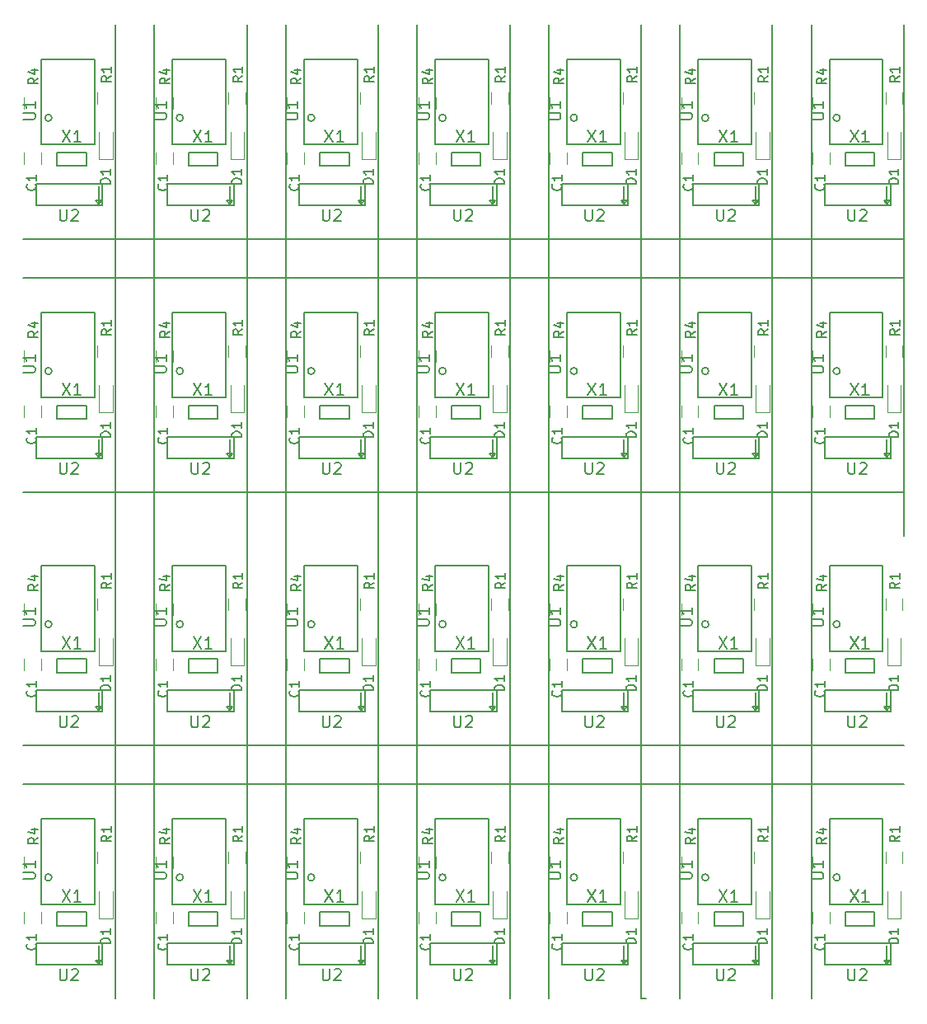
<source format=gto>
G04 #@! TF.FileFunction,Legend,Top*
%FSLAX46Y46*%
G04 Gerber Fmt 4.6, Leading zero omitted, Abs format (unit mm)*
G04 Created by KiCad (PCBNEW 4.0.5) date 03/17/17 16:41:40*
%MOMM*%
%LPD*%
G01*
G04 APERTURE LIST*
%ADD10C,0.100000*%
%ADD11C,0.200000*%
%ADD12C,0.150000*%
%ADD13C,0.120000*%
G04 APERTURE END LIST*
D10*
D11*
X191200000Y-94500000D02*
X191200000Y-142000000D01*
X187200000Y-94500000D02*
X187200000Y-142000000D01*
X177700000Y-94000000D02*
X177700000Y-142000000D01*
X173700000Y-142000000D02*
X174200000Y-142000000D01*
X173700000Y-94000000D02*
X173700000Y-142000000D01*
X150700000Y-94000000D02*
X150700000Y-142000000D01*
X146700000Y-94500000D02*
X146700000Y-142000000D01*
X137200000Y-95000000D02*
X137200000Y-142000000D01*
X133200000Y-94500000D02*
X133200000Y-142000000D01*
X123700000Y-141500000D02*
X123700000Y-142000000D01*
X123700000Y-94000000D02*
X123700000Y-141500000D01*
X119700000Y-94000000D02*
X119700000Y-142000000D01*
X164200000Y-42000000D02*
X164200000Y-142000000D01*
X160200000Y-42000000D02*
X160200000Y-142000000D01*
X110200000Y-90000000D02*
X200700000Y-90000000D01*
X200700000Y-68000000D02*
X110200000Y-68000000D01*
X110200000Y-64000000D02*
X200700000Y-64000000D01*
X160200000Y-116000000D02*
X200700000Y-116000000D01*
X160200000Y-120000000D02*
X200700000Y-120000000D01*
X200700000Y-91500000D02*
X200700000Y-94500000D01*
X191200000Y-91000000D02*
X191200000Y-95000000D01*
X187200000Y-91000000D02*
X187200000Y-95000000D01*
X177700000Y-91500000D02*
X177700000Y-94500000D01*
X173700000Y-91500000D02*
X173700000Y-94500000D01*
X150700000Y-91500000D02*
X150700000Y-94500000D01*
X146700000Y-91500000D02*
X146700000Y-94500000D01*
X137200000Y-91500000D02*
X137200000Y-95000000D01*
X133200000Y-91500000D02*
X133200000Y-94500000D01*
X123700000Y-91500000D02*
X123700000Y-94000000D01*
X119700000Y-91500000D02*
X119700000Y-94000000D01*
X110200000Y-116000000D02*
X160200000Y-116000000D01*
X110200000Y-68000000D02*
X160200000Y-68000000D01*
X146700000Y-42000000D02*
X146700000Y-92000000D01*
X137200000Y-92000000D02*
X137200000Y-42000000D01*
X150700000Y-92000000D02*
X150700000Y-42000000D01*
X110200000Y-64000000D02*
X160200000Y-64000000D01*
X119700000Y-42000000D02*
X119700000Y-92000000D01*
X123700000Y-92000000D02*
X123700000Y-42000000D01*
X133200000Y-42000000D02*
X133200000Y-92000000D01*
X187200000Y-42000000D02*
X187200000Y-92000000D01*
X177700000Y-92000000D02*
X177700000Y-42000000D01*
X173700000Y-42000000D02*
X173700000Y-92000000D01*
X191200000Y-92000000D02*
X191200000Y-42000000D01*
X200700000Y-42000000D02*
X200700000Y-92000000D01*
X110200000Y-120000000D02*
X160200000Y-120000000D01*
D12*
X116700000Y-82500000D02*
X113700000Y-82500000D01*
X113700000Y-82500000D02*
X113700000Y-81100000D01*
X113700000Y-81100000D02*
X116700000Y-81100000D01*
X116700000Y-81100000D02*
X116700000Y-82500000D01*
X117950000Y-86450000D02*
X117650000Y-86050000D01*
X117650000Y-86050000D02*
X117950000Y-86050000D01*
X117950000Y-86450000D02*
X117950000Y-84550000D01*
X117950000Y-84550000D02*
X117950000Y-86050000D01*
X117950000Y-86050000D02*
X118250000Y-86050000D01*
X118250000Y-86050000D02*
X117950000Y-86450000D01*
X111550000Y-86550000D02*
X111550000Y-84350000D01*
X111550000Y-84350000D02*
X118350000Y-84350000D01*
X118350000Y-84350000D02*
X118350000Y-86550000D01*
X118350000Y-86550000D02*
X111550000Y-86550000D01*
D13*
X118000000Y-81800000D02*
X119400000Y-81800000D01*
X119400000Y-81800000D02*
X119400000Y-79000000D01*
X118000000Y-81800000D02*
X118000000Y-79000000D01*
X110320000Y-76600000D02*
X110320000Y-75400000D01*
X112080000Y-75400000D02*
X112080000Y-76600000D01*
X117820000Y-76100000D02*
X117820000Y-74900000D01*
X119580000Y-74900000D02*
X119580000Y-76100000D01*
X110320000Y-82300000D02*
X110320000Y-81100000D01*
X112080000Y-81100000D02*
X112080000Y-82300000D01*
D12*
X113153553Y-77550000D02*
G75*
G03X113153553Y-77550000I-353553J0D01*
G01*
X112050000Y-71550000D02*
X112050000Y-80300000D01*
X112050000Y-80300000D02*
X117300000Y-80300000D01*
X117300000Y-80300000D02*
X117550000Y-80300000D01*
X117550000Y-80300000D02*
X117550000Y-71550000D01*
X112050000Y-71550000D02*
X117550000Y-71550000D01*
X113153553Y-51550000D02*
G75*
G03X113153553Y-51550000I-353553J0D01*
G01*
X112050000Y-45550000D02*
X112050000Y-54300000D01*
X112050000Y-54300000D02*
X117300000Y-54300000D01*
X117300000Y-54300000D02*
X117550000Y-54300000D01*
X117550000Y-54300000D02*
X117550000Y-45550000D01*
X112050000Y-45550000D02*
X117550000Y-45550000D01*
D13*
X110320000Y-56300000D02*
X110320000Y-55100000D01*
X112080000Y-55100000D02*
X112080000Y-56300000D01*
X117820000Y-50100000D02*
X117820000Y-48900000D01*
X119580000Y-48900000D02*
X119580000Y-50100000D01*
X110320000Y-50600000D02*
X110320000Y-49400000D01*
X112080000Y-49400000D02*
X112080000Y-50600000D01*
X118000000Y-55800000D02*
X119400000Y-55800000D01*
X119400000Y-55800000D02*
X119400000Y-53000000D01*
X118000000Y-55800000D02*
X118000000Y-53000000D01*
D12*
X117950000Y-60450000D02*
X117650000Y-60050000D01*
X117650000Y-60050000D02*
X117950000Y-60050000D01*
X117950000Y-60450000D02*
X117950000Y-58550000D01*
X117950000Y-58550000D02*
X117950000Y-60050000D01*
X117950000Y-60050000D02*
X118250000Y-60050000D01*
X118250000Y-60050000D02*
X117950000Y-60450000D01*
X111550000Y-60550000D02*
X111550000Y-58350000D01*
X111550000Y-58350000D02*
X118350000Y-58350000D01*
X118350000Y-58350000D02*
X118350000Y-60550000D01*
X118350000Y-60550000D02*
X111550000Y-60550000D01*
X116700000Y-56500000D02*
X113700000Y-56500000D01*
X113700000Y-56500000D02*
X113700000Y-55100000D01*
X113700000Y-55100000D02*
X116700000Y-55100000D01*
X116700000Y-55100000D02*
X116700000Y-56500000D01*
X157200000Y-82500000D02*
X154200000Y-82500000D01*
X154200000Y-82500000D02*
X154200000Y-81100000D01*
X154200000Y-81100000D02*
X157200000Y-81100000D01*
X157200000Y-81100000D02*
X157200000Y-82500000D01*
X158450000Y-86450000D02*
X158150000Y-86050000D01*
X158150000Y-86050000D02*
X158450000Y-86050000D01*
X158450000Y-86450000D02*
X158450000Y-84550000D01*
X158450000Y-84550000D02*
X158450000Y-86050000D01*
X158450000Y-86050000D02*
X158750000Y-86050000D01*
X158750000Y-86050000D02*
X158450000Y-86450000D01*
X152050000Y-86550000D02*
X152050000Y-84350000D01*
X152050000Y-84350000D02*
X158850000Y-84350000D01*
X158850000Y-84350000D02*
X158850000Y-86550000D01*
X158850000Y-86550000D02*
X152050000Y-86550000D01*
D13*
X158500000Y-81800000D02*
X159900000Y-81800000D01*
X159900000Y-81800000D02*
X159900000Y-79000000D01*
X158500000Y-81800000D02*
X158500000Y-79000000D01*
X150820000Y-76600000D02*
X150820000Y-75400000D01*
X152580000Y-75400000D02*
X152580000Y-76600000D01*
X158320000Y-76100000D02*
X158320000Y-74900000D01*
X160080000Y-74900000D02*
X160080000Y-76100000D01*
X150820000Y-82300000D02*
X150820000Y-81100000D01*
X152580000Y-81100000D02*
X152580000Y-82300000D01*
D12*
X153653553Y-77550000D02*
G75*
G03X153653553Y-77550000I-353553J0D01*
G01*
X152550000Y-71550000D02*
X152550000Y-80300000D01*
X152550000Y-80300000D02*
X157800000Y-80300000D01*
X157800000Y-80300000D02*
X158050000Y-80300000D01*
X158050000Y-80300000D02*
X158050000Y-71550000D01*
X152550000Y-71550000D02*
X158050000Y-71550000D01*
X153653553Y-51550000D02*
G75*
G03X153653553Y-51550000I-353553J0D01*
G01*
X152550000Y-45550000D02*
X152550000Y-54300000D01*
X152550000Y-54300000D02*
X157800000Y-54300000D01*
X157800000Y-54300000D02*
X158050000Y-54300000D01*
X158050000Y-54300000D02*
X158050000Y-45550000D01*
X152550000Y-45550000D02*
X158050000Y-45550000D01*
D13*
X150820000Y-56300000D02*
X150820000Y-55100000D01*
X152580000Y-55100000D02*
X152580000Y-56300000D01*
X158320000Y-50100000D02*
X158320000Y-48900000D01*
X160080000Y-48900000D02*
X160080000Y-50100000D01*
X150820000Y-50600000D02*
X150820000Y-49400000D01*
X152580000Y-49400000D02*
X152580000Y-50600000D01*
X158500000Y-55800000D02*
X159900000Y-55800000D01*
X159900000Y-55800000D02*
X159900000Y-53000000D01*
X158500000Y-55800000D02*
X158500000Y-53000000D01*
D12*
X158450000Y-60450000D02*
X158150000Y-60050000D01*
X158150000Y-60050000D02*
X158450000Y-60050000D01*
X158450000Y-60450000D02*
X158450000Y-58550000D01*
X158450000Y-58550000D02*
X158450000Y-60050000D01*
X158450000Y-60050000D02*
X158750000Y-60050000D01*
X158750000Y-60050000D02*
X158450000Y-60450000D01*
X152050000Y-60550000D02*
X152050000Y-58350000D01*
X152050000Y-58350000D02*
X158850000Y-58350000D01*
X158850000Y-58350000D02*
X158850000Y-60550000D01*
X158850000Y-60550000D02*
X152050000Y-60550000D01*
X157200000Y-56500000D02*
X154200000Y-56500000D01*
X154200000Y-56500000D02*
X154200000Y-55100000D01*
X154200000Y-55100000D02*
X157200000Y-55100000D01*
X157200000Y-55100000D02*
X157200000Y-56500000D01*
X143700000Y-56500000D02*
X140700000Y-56500000D01*
X140700000Y-56500000D02*
X140700000Y-55100000D01*
X140700000Y-55100000D02*
X143700000Y-55100000D01*
X143700000Y-55100000D02*
X143700000Y-56500000D01*
X144950000Y-60450000D02*
X144650000Y-60050000D01*
X144650000Y-60050000D02*
X144950000Y-60050000D01*
X144950000Y-60450000D02*
X144950000Y-58550000D01*
X144950000Y-58550000D02*
X144950000Y-60050000D01*
X144950000Y-60050000D02*
X145250000Y-60050000D01*
X145250000Y-60050000D02*
X144950000Y-60450000D01*
X138550000Y-60550000D02*
X138550000Y-58350000D01*
X138550000Y-58350000D02*
X145350000Y-58350000D01*
X145350000Y-58350000D02*
X145350000Y-60550000D01*
X145350000Y-60550000D02*
X138550000Y-60550000D01*
D13*
X145000000Y-55800000D02*
X146400000Y-55800000D01*
X146400000Y-55800000D02*
X146400000Y-53000000D01*
X145000000Y-55800000D02*
X145000000Y-53000000D01*
X137320000Y-50600000D02*
X137320000Y-49400000D01*
X139080000Y-49400000D02*
X139080000Y-50600000D01*
X144820000Y-50100000D02*
X144820000Y-48900000D01*
X146580000Y-48900000D02*
X146580000Y-50100000D01*
X137320000Y-56300000D02*
X137320000Y-55100000D01*
X139080000Y-55100000D02*
X139080000Y-56300000D01*
D12*
X140153553Y-51550000D02*
G75*
G03X140153553Y-51550000I-353553J0D01*
G01*
X139050000Y-45550000D02*
X139050000Y-54300000D01*
X139050000Y-54300000D02*
X144300000Y-54300000D01*
X144300000Y-54300000D02*
X144550000Y-54300000D01*
X144550000Y-54300000D02*
X144550000Y-45550000D01*
X139050000Y-45550000D02*
X144550000Y-45550000D01*
X140153553Y-77550000D02*
G75*
G03X140153553Y-77550000I-353553J0D01*
G01*
X139050000Y-71550000D02*
X139050000Y-80300000D01*
X139050000Y-80300000D02*
X144300000Y-80300000D01*
X144300000Y-80300000D02*
X144550000Y-80300000D01*
X144550000Y-80300000D02*
X144550000Y-71550000D01*
X139050000Y-71550000D02*
X144550000Y-71550000D01*
D13*
X137320000Y-82300000D02*
X137320000Y-81100000D01*
X139080000Y-81100000D02*
X139080000Y-82300000D01*
X144820000Y-76100000D02*
X144820000Y-74900000D01*
X146580000Y-74900000D02*
X146580000Y-76100000D01*
X137320000Y-76600000D02*
X137320000Y-75400000D01*
X139080000Y-75400000D02*
X139080000Y-76600000D01*
X145000000Y-81800000D02*
X146400000Y-81800000D01*
X146400000Y-81800000D02*
X146400000Y-79000000D01*
X145000000Y-81800000D02*
X145000000Y-79000000D01*
D12*
X144950000Y-86450000D02*
X144650000Y-86050000D01*
X144650000Y-86050000D02*
X144950000Y-86050000D01*
X144950000Y-86450000D02*
X144950000Y-84550000D01*
X144950000Y-84550000D02*
X144950000Y-86050000D01*
X144950000Y-86050000D02*
X145250000Y-86050000D01*
X145250000Y-86050000D02*
X144950000Y-86450000D01*
X138550000Y-86550000D02*
X138550000Y-84350000D01*
X138550000Y-84350000D02*
X145350000Y-84350000D01*
X145350000Y-84350000D02*
X145350000Y-86550000D01*
X145350000Y-86550000D02*
X138550000Y-86550000D01*
X143700000Y-82500000D02*
X140700000Y-82500000D01*
X140700000Y-82500000D02*
X140700000Y-81100000D01*
X140700000Y-81100000D02*
X143700000Y-81100000D01*
X143700000Y-81100000D02*
X143700000Y-82500000D01*
X130200000Y-82500000D02*
X127200000Y-82500000D01*
X127200000Y-82500000D02*
X127200000Y-81100000D01*
X127200000Y-81100000D02*
X130200000Y-81100000D01*
X130200000Y-81100000D02*
X130200000Y-82500000D01*
X131450000Y-86450000D02*
X131150000Y-86050000D01*
X131150000Y-86050000D02*
X131450000Y-86050000D01*
X131450000Y-86450000D02*
X131450000Y-84550000D01*
X131450000Y-84550000D02*
X131450000Y-86050000D01*
X131450000Y-86050000D02*
X131750000Y-86050000D01*
X131750000Y-86050000D02*
X131450000Y-86450000D01*
X125050000Y-86550000D02*
X125050000Y-84350000D01*
X125050000Y-84350000D02*
X131850000Y-84350000D01*
X131850000Y-84350000D02*
X131850000Y-86550000D01*
X131850000Y-86550000D02*
X125050000Y-86550000D01*
D13*
X131500000Y-81800000D02*
X132900000Y-81800000D01*
X132900000Y-81800000D02*
X132900000Y-79000000D01*
X131500000Y-81800000D02*
X131500000Y-79000000D01*
X123820000Y-76600000D02*
X123820000Y-75400000D01*
X125580000Y-75400000D02*
X125580000Y-76600000D01*
X131320000Y-76100000D02*
X131320000Y-74900000D01*
X133080000Y-74900000D02*
X133080000Y-76100000D01*
X123820000Y-82300000D02*
X123820000Y-81100000D01*
X125580000Y-81100000D02*
X125580000Y-82300000D01*
D12*
X126653553Y-77550000D02*
G75*
G03X126653553Y-77550000I-353553J0D01*
G01*
X125550000Y-71550000D02*
X125550000Y-80300000D01*
X125550000Y-80300000D02*
X130800000Y-80300000D01*
X130800000Y-80300000D02*
X131050000Y-80300000D01*
X131050000Y-80300000D02*
X131050000Y-71550000D01*
X125550000Y-71550000D02*
X131050000Y-71550000D01*
X126653553Y-51550000D02*
G75*
G03X126653553Y-51550000I-353553J0D01*
G01*
X125550000Y-45550000D02*
X125550000Y-54300000D01*
X125550000Y-54300000D02*
X130800000Y-54300000D01*
X130800000Y-54300000D02*
X131050000Y-54300000D01*
X131050000Y-54300000D02*
X131050000Y-45550000D01*
X125550000Y-45550000D02*
X131050000Y-45550000D01*
D13*
X123820000Y-56300000D02*
X123820000Y-55100000D01*
X125580000Y-55100000D02*
X125580000Y-56300000D01*
X131320000Y-50100000D02*
X131320000Y-48900000D01*
X133080000Y-48900000D02*
X133080000Y-50100000D01*
X123820000Y-50600000D02*
X123820000Y-49400000D01*
X125580000Y-49400000D02*
X125580000Y-50600000D01*
X131500000Y-55800000D02*
X132900000Y-55800000D01*
X132900000Y-55800000D02*
X132900000Y-53000000D01*
X131500000Y-55800000D02*
X131500000Y-53000000D01*
D12*
X131450000Y-60450000D02*
X131150000Y-60050000D01*
X131150000Y-60050000D02*
X131450000Y-60050000D01*
X131450000Y-60450000D02*
X131450000Y-58550000D01*
X131450000Y-58550000D02*
X131450000Y-60050000D01*
X131450000Y-60050000D02*
X131750000Y-60050000D01*
X131750000Y-60050000D02*
X131450000Y-60450000D01*
X125050000Y-60550000D02*
X125050000Y-58350000D01*
X125050000Y-58350000D02*
X131850000Y-58350000D01*
X131850000Y-58350000D02*
X131850000Y-60550000D01*
X131850000Y-60550000D02*
X125050000Y-60550000D01*
X130200000Y-56500000D02*
X127200000Y-56500000D01*
X127200000Y-56500000D02*
X127200000Y-55100000D01*
X127200000Y-55100000D02*
X130200000Y-55100000D01*
X130200000Y-55100000D02*
X130200000Y-56500000D01*
X184200000Y-56500000D02*
X181200000Y-56500000D01*
X181200000Y-56500000D02*
X181200000Y-55100000D01*
X181200000Y-55100000D02*
X184200000Y-55100000D01*
X184200000Y-55100000D02*
X184200000Y-56500000D01*
X185450000Y-60450000D02*
X185150000Y-60050000D01*
X185150000Y-60050000D02*
X185450000Y-60050000D01*
X185450000Y-60450000D02*
X185450000Y-58550000D01*
X185450000Y-58550000D02*
X185450000Y-60050000D01*
X185450000Y-60050000D02*
X185750000Y-60050000D01*
X185750000Y-60050000D02*
X185450000Y-60450000D01*
X179050000Y-60550000D02*
X179050000Y-58350000D01*
X179050000Y-58350000D02*
X185850000Y-58350000D01*
X185850000Y-58350000D02*
X185850000Y-60550000D01*
X185850000Y-60550000D02*
X179050000Y-60550000D01*
D13*
X185500000Y-55800000D02*
X186900000Y-55800000D01*
X186900000Y-55800000D02*
X186900000Y-53000000D01*
X185500000Y-55800000D02*
X185500000Y-53000000D01*
X177820000Y-50600000D02*
X177820000Y-49400000D01*
X179580000Y-49400000D02*
X179580000Y-50600000D01*
X185320000Y-50100000D02*
X185320000Y-48900000D01*
X187080000Y-48900000D02*
X187080000Y-50100000D01*
X177820000Y-56300000D02*
X177820000Y-55100000D01*
X179580000Y-55100000D02*
X179580000Y-56300000D01*
D12*
X180653553Y-51550000D02*
G75*
G03X180653553Y-51550000I-353553J0D01*
G01*
X179550000Y-45550000D02*
X179550000Y-54300000D01*
X179550000Y-54300000D02*
X184800000Y-54300000D01*
X184800000Y-54300000D02*
X185050000Y-54300000D01*
X185050000Y-54300000D02*
X185050000Y-45550000D01*
X179550000Y-45550000D02*
X185050000Y-45550000D01*
X180653553Y-77550000D02*
G75*
G03X180653553Y-77550000I-353553J0D01*
G01*
X179550000Y-71550000D02*
X179550000Y-80300000D01*
X179550000Y-80300000D02*
X184800000Y-80300000D01*
X184800000Y-80300000D02*
X185050000Y-80300000D01*
X185050000Y-80300000D02*
X185050000Y-71550000D01*
X179550000Y-71550000D02*
X185050000Y-71550000D01*
D13*
X177820000Y-82300000D02*
X177820000Y-81100000D01*
X179580000Y-81100000D02*
X179580000Y-82300000D01*
X185320000Y-76100000D02*
X185320000Y-74900000D01*
X187080000Y-74900000D02*
X187080000Y-76100000D01*
X177820000Y-76600000D02*
X177820000Y-75400000D01*
X179580000Y-75400000D02*
X179580000Y-76600000D01*
X185500000Y-81800000D02*
X186900000Y-81800000D01*
X186900000Y-81800000D02*
X186900000Y-79000000D01*
X185500000Y-81800000D02*
X185500000Y-79000000D01*
D12*
X185450000Y-86450000D02*
X185150000Y-86050000D01*
X185150000Y-86050000D02*
X185450000Y-86050000D01*
X185450000Y-86450000D02*
X185450000Y-84550000D01*
X185450000Y-84550000D02*
X185450000Y-86050000D01*
X185450000Y-86050000D02*
X185750000Y-86050000D01*
X185750000Y-86050000D02*
X185450000Y-86450000D01*
X179050000Y-86550000D02*
X179050000Y-84350000D01*
X179050000Y-84350000D02*
X185850000Y-84350000D01*
X185850000Y-84350000D02*
X185850000Y-86550000D01*
X185850000Y-86550000D02*
X179050000Y-86550000D01*
X184200000Y-82500000D02*
X181200000Y-82500000D01*
X181200000Y-82500000D02*
X181200000Y-81100000D01*
X181200000Y-81100000D02*
X184200000Y-81100000D01*
X184200000Y-81100000D02*
X184200000Y-82500000D01*
X197700000Y-82500000D02*
X194700000Y-82500000D01*
X194700000Y-82500000D02*
X194700000Y-81100000D01*
X194700000Y-81100000D02*
X197700000Y-81100000D01*
X197700000Y-81100000D02*
X197700000Y-82500000D01*
X198950000Y-86450000D02*
X198650000Y-86050000D01*
X198650000Y-86050000D02*
X198950000Y-86050000D01*
X198950000Y-86450000D02*
X198950000Y-84550000D01*
X198950000Y-84550000D02*
X198950000Y-86050000D01*
X198950000Y-86050000D02*
X199250000Y-86050000D01*
X199250000Y-86050000D02*
X198950000Y-86450000D01*
X192550000Y-86550000D02*
X192550000Y-84350000D01*
X192550000Y-84350000D02*
X199350000Y-84350000D01*
X199350000Y-84350000D02*
X199350000Y-86550000D01*
X199350000Y-86550000D02*
X192550000Y-86550000D01*
D13*
X199000000Y-81800000D02*
X200400000Y-81800000D01*
X200400000Y-81800000D02*
X200400000Y-79000000D01*
X199000000Y-81800000D02*
X199000000Y-79000000D01*
X191320000Y-76600000D02*
X191320000Y-75400000D01*
X193080000Y-75400000D02*
X193080000Y-76600000D01*
X198820000Y-76100000D02*
X198820000Y-74900000D01*
X200580000Y-74900000D02*
X200580000Y-76100000D01*
X191320000Y-82300000D02*
X191320000Y-81100000D01*
X193080000Y-81100000D02*
X193080000Y-82300000D01*
D12*
X194153553Y-77550000D02*
G75*
G03X194153553Y-77550000I-353553J0D01*
G01*
X193050000Y-71550000D02*
X193050000Y-80300000D01*
X193050000Y-80300000D02*
X198300000Y-80300000D01*
X198300000Y-80300000D02*
X198550000Y-80300000D01*
X198550000Y-80300000D02*
X198550000Y-71550000D01*
X193050000Y-71550000D02*
X198550000Y-71550000D01*
X194153553Y-51550000D02*
G75*
G03X194153553Y-51550000I-353553J0D01*
G01*
X193050000Y-45550000D02*
X193050000Y-54300000D01*
X193050000Y-54300000D02*
X198300000Y-54300000D01*
X198300000Y-54300000D02*
X198550000Y-54300000D01*
X198550000Y-54300000D02*
X198550000Y-45550000D01*
X193050000Y-45550000D02*
X198550000Y-45550000D01*
D13*
X191320000Y-56300000D02*
X191320000Y-55100000D01*
X193080000Y-55100000D02*
X193080000Y-56300000D01*
X198820000Y-50100000D02*
X198820000Y-48900000D01*
X200580000Y-48900000D02*
X200580000Y-50100000D01*
X191320000Y-50600000D02*
X191320000Y-49400000D01*
X193080000Y-49400000D02*
X193080000Y-50600000D01*
X199000000Y-55800000D02*
X200400000Y-55800000D01*
X200400000Y-55800000D02*
X200400000Y-53000000D01*
X199000000Y-55800000D02*
X199000000Y-53000000D01*
D12*
X198950000Y-60450000D02*
X198650000Y-60050000D01*
X198650000Y-60050000D02*
X198950000Y-60050000D01*
X198950000Y-60450000D02*
X198950000Y-58550000D01*
X198950000Y-58550000D02*
X198950000Y-60050000D01*
X198950000Y-60050000D02*
X199250000Y-60050000D01*
X199250000Y-60050000D02*
X198950000Y-60450000D01*
X192550000Y-60550000D02*
X192550000Y-58350000D01*
X192550000Y-58350000D02*
X199350000Y-58350000D01*
X199350000Y-58350000D02*
X199350000Y-60550000D01*
X199350000Y-60550000D02*
X192550000Y-60550000D01*
X197700000Y-56500000D02*
X194700000Y-56500000D01*
X194700000Y-56500000D02*
X194700000Y-55100000D01*
X194700000Y-55100000D02*
X197700000Y-55100000D01*
X197700000Y-55100000D02*
X197700000Y-56500000D01*
X170700000Y-56500000D02*
X167700000Y-56500000D01*
X167700000Y-56500000D02*
X167700000Y-55100000D01*
X167700000Y-55100000D02*
X170700000Y-55100000D01*
X170700000Y-55100000D02*
X170700000Y-56500000D01*
X171950000Y-60450000D02*
X171650000Y-60050000D01*
X171650000Y-60050000D02*
X171950000Y-60050000D01*
X171950000Y-60450000D02*
X171950000Y-58550000D01*
X171950000Y-58550000D02*
X171950000Y-60050000D01*
X171950000Y-60050000D02*
X172250000Y-60050000D01*
X172250000Y-60050000D02*
X171950000Y-60450000D01*
X165550000Y-60550000D02*
X165550000Y-58350000D01*
X165550000Y-58350000D02*
X172350000Y-58350000D01*
X172350000Y-58350000D02*
X172350000Y-60550000D01*
X172350000Y-60550000D02*
X165550000Y-60550000D01*
D13*
X172000000Y-55800000D02*
X173400000Y-55800000D01*
X173400000Y-55800000D02*
X173400000Y-53000000D01*
X172000000Y-55800000D02*
X172000000Y-53000000D01*
X164320000Y-50600000D02*
X164320000Y-49400000D01*
X166080000Y-49400000D02*
X166080000Y-50600000D01*
X171820000Y-50100000D02*
X171820000Y-48900000D01*
X173580000Y-48900000D02*
X173580000Y-50100000D01*
X164320000Y-56300000D02*
X164320000Y-55100000D01*
X166080000Y-55100000D02*
X166080000Y-56300000D01*
D12*
X167153553Y-51550000D02*
G75*
G03X167153553Y-51550000I-353553J0D01*
G01*
X166050000Y-45550000D02*
X166050000Y-54300000D01*
X166050000Y-54300000D02*
X171300000Y-54300000D01*
X171300000Y-54300000D02*
X171550000Y-54300000D01*
X171550000Y-54300000D02*
X171550000Y-45550000D01*
X166050000Y-45550000D02*
X171550000Y-45550000D01*
X167153553Y-77550000D02*
G75*
G03X167153553Y-77550000I-353553J0D01*
G01*
X166050000Y-71550000D02*
X166050000Y-80300000D01*
X166050000Y-80300000D02*
X171300000Y-80300000D01*
X171300000Y-80300000D02*
X171550000Y-80300000D01*
X171550000Y-80300000D02*
X171550000Y-71550000D01*
X166050000Y-71550000D02*
X171550000Y-71550000D01*
D13*
X164320000Y-82300000D02*
X164320000Y-81100000D01*
X166080000Y-81100000D02*
X166080000Y-82300000D01*
X171820000Y-76100000D02*
X171820000Y-74900000D01*
X173580000Y-74900000D02*
X173580000Y-76100000D01*
X164320000Y-76600000D02*
X164320000Y-75400000D01*
X166080000Y-75400000D02*
X166080000Y-76600000D01*
X172000000Y-81800000D02*
X173400000Y-81800000D01*
X173400000Y-81800000D02*
X173400000Y-79000000D01*
X172000000Y-81800000D02*
X172000000Y-79000000D01*
D12*
X171950000Y-86450000D02*
X171650000Y-86050000D01*
X171650000Y-86050000D02*
X171950000Y-86050000D01*
X171950000Y-86450000D02*
X171950000Y-84550000D01*
X171950000Y-84550000D02*
X171950000Y-86050000D01*
X171950000Y-86050000D02*
X172250000Y-86050000D01*
X172250000Y-86050000D02*
X171950000Y-86450000D01*
X165550000Y-86550000D02*
X165550000Y-84350000D01*
X165550000Y-84350000D02*
X172350000Y-84350000D01*
X172350000Y-84350000D02*
X172350000Y-86550000D01*
X172350000Y-86550000D02*
X165550000Y-86550000D01*
X170700000Y-82500000D02*
X167700000Y-82500000D01*
X167700000Y-82500000D02*
X167700000Y-81100000D01*
X167700000Y-81100000D02*
X170700000Y-81100000D01*
X170700000Y-81100000D02*
X170700000Y-82500000D01*
X170700000Y-134500000D02*
X167700000Y-134500000D01*
X167700000Y-134500000D02*
X167700000Y-133100000D01*
X167700000Y-133100000D02*
X170700000Y-133100000D01*
X170700000Y-133100000D02*
X170700000Y-134500000D01*
X171950000Y-138450000D02*
X171650000Y-138050000D01*
X171650000Y-138050000D02*
X171950000Y-138050000D01*
X171950000Y-138450000D02*
X171950000Y-136550000D01*
X171950000Y-136550000D02*
X171950000Y-138050000D01*
X171950000Y-138050000D02*
X172250000Y-138050000D01*
X172250000Y-138050000D02*
X171950000Y-138450000D01*
X165550000Y-138550000D02*
X165550000Y-136350000D01*
X165550000Y-136350000D02*
X172350000Y-136350000D01*
X172350000Y-136350000D02*
X172350000Y-138550000D01*
X172350000Y-138550000D02*
X165550000Y-138550000D01*
D13*
X172000000Y-133800000D02*
X173400000Y-133800000D01*
X173400000Y-133800000D02*
X173400000Y-131000000D01*
X172000000Y-133800000D02*
X172000000Y-131000000D01*
X164320000Y-128600000D02*
X164320000Y-127400000D01*
X166080000Y-127400000D02*
X166080000Y-128600000D01*
X171820000Y-128100000D02*
X171820000Y-126900000D01*
X173580000Y-126900000D02*
X173580000Y-128100000D01*
X164320000Y-134300000D02*
X164320000Y-133100000D01*
X166080000Y-133100000D02*
X166080000Y-134300000D01*
D12*
X167153553Y-129550000D02*
G75*
G03X167153553Y-129550000I-353553J0D01*
G01*
X166050000Y-123550000D02*
X166050000Y-132300000D01*
X166050000Y-132300000D02*
X171300000Y-132300000D01*
X171300000Y-132300000D02*
X171550000Y-132300000D01*
X171550000Y-132300000D02*
X171550000Y-123550000D01*
X166050000Y-123550000D02*
X171550000Y-123550000D01*
X167153553Y-103550000D02*
G75*
G03X167153553Y-103550000I-353553J0D01*
G01*
X166050000Y-97550000D02*
X166050000Y-106300000D01*
X166050000Y-106300000D02*
X171300000Y-106300000D01*
X171300000Y-106300000D02*
X171550000Y-106300000D01*
X171550000Y-106300000D02*
X171550000Y-97550000D01*
X166050000Y-97550000D02*
X171550000Y-97550000D01*
D13*
X164320000Y-108300000D02*
X164320000Y-107100000D01*
X166080000Y-107100000D02*
X166080000Y-108300000D01*
X171820000Y-102100000D02*
X171820000Y-100900000D01*
X173580000Y-100900000D02*
X173580000Y-102100000D01*
X164320000Y-102600000D02*
X164320000Y-101400000D01*
X166080000Y-101400000D02*
X166080000Y-102600000D01*
X172000000Y-107800000D02*
X173400000Y-107800000D01*
X173400000Y-107800000D02*
X173400000Y-105000000D01*
X172000000Y-107800000D02*
X172000000Y-105000000D01*
D12*
X171950000Y-112450000D02*
X171650000Y-112050000D01*
X171650000Y-112050000D02*
X171950000Y-112050000D01*
X171950000Y-112450000D02*
X171950000Y-110550000D01*
X171950000Y-110550000D02*
X171950000Y-112050000D01*
X171950000Y-112050000D02*
X172250000Y-112050000D01*
X172250000Y-112050000D02*
X171950000Y-112450000D01*
X165550000Y-112550000D02*
X165550000Y-110350000D01*
X165550000Y-110350000D02*
X172350000Y-110350000D01*
X172350000Y-110350000D02*
X172350000Y-112550000D01*
X172350000Y-112550000D02*
X165550000Y-112550000D01*
X170700000Y-108500000D02*
X167700000Y-108500000D01*
X167700000Y-108500000D02*
X167700000Y-107100000D01*
X167700000Y-107100000D02*
X170700000Y-107100000D01*
X170700000Y-107100000D02*
X170700000Y-108500000D01*
X197700000Y-108500000D02*
X194700000Y-108500000D01*
X194700000Y-108500000D02*
X194700000Y-107100000D01*
X194700000Y-107100000D02*
X197700000Y-107100000D01*
X197700000Y-107100000D02*
X197700000Y-108500000D01*
X198950000Y-112450000D02*
X198650000Y-112050000D01*
X198650000Y-112050000D02*
X198950000Y-112050000D01*
X198950000Y-112450000D02*
X198950000Y-110550000D01*
X198950000Y-110550000D02*
X198950000Y-112050000D01*
X198950000Y-112050000D02*
X199250000Y-112050000D01*
X199250000Y-112050000D02*
X198950000Y-112450000D01*
X192550000Y-112550000D02*
X192550000Y-110350000D01*
X192550000Y-110350000D02*
X199350000Y-110350000D01*
X199350000Y-110350000D02*
X199350000Y-112550000D01*
X199350000Y-112550000D02*
X192550000Y-112550000D01*
D13*
X199000000Y-107800000D02*
X200400000Y-107800000D01*
X200400000Y-107800000D02*
X200400000Y-105000000D01*
X199000000Y-107800000D02*
X199000000Y-105000000D01*
X191320000Y-102600000D02*
X191320000Y-101400000D01*
X193080000Y-101400000D02*
X193080000Y-102600000D01*
X198820000Y-102100000D02*
X198820000Y-100900000D01*
X200580000Y-100900000D02*
X200580000Y-102100000D01*
X191320000Y-108300000D02*
X191320000Y-107100000D01*
X193080000Y-107100000D02*
X193080000Y-108300000D01*
D12*
X194153553Y-103550000D02*
G75*
G03X194153553Y-103550000I-353553J0D01*
G01*
X193050000Y-97550000D02*
X193050000Y-106300000D01*
X193050000Y-106300000D02*
X198300000Y-106300000D01*
X198300000Y-106300000D02*
X198550000Y-106300000D01*
X198550000Y-106300000D02*
X198550000Y-97550000D01*
X193050000Y-97550000D02*
X198550000Y-97550000D01*
X194153553Y-129550000D02*
G75*
G03X194153553Y-129550000I-353553J0D01*
G01*
X193050000Y-123550000D02*
X193050000Y-132300000D01*
X193050000Y-132300000D02*
X198300000Y-132300000D01*
X198300000Y-132300000D02*
X198550000Y-132300000D01*
X198550000Y-132300000D02*
X198550000Y-123550000D01*
X193050000Y-123550000D02*
X198550000Y-123550000D01*
D13*
X191320000Y-134300000D02*
X191320000Y-133100000D01*
X193080000Y-133100000D02*
X193080000Y-134300000D01*
X198820000Y-128100000D02*
X198820000Y-126900000D01*
X200580000Y-126900000D02*
X200580000Y-128100000D01*
X191320000Y-128600000D02*
X191320000Y-127400000D01*
X193080000Y-127400000D02*
X193080000Y-128600000D01*
X199000000Y-133800000D02*
X200400000Y-133800000D01*
X200400000Y-133800000D02*
X200400000Y-131000000D01*
X199000000Y-133800000D02*
X199000000Y-131000000D01*
D12*
X198950000Y-138450000D02*
X198650000Y-138050000D01*
X198650000Y-138050000D02*
X198950000Y-138050000D01*
X198950000Y-138450000D02*
X198950000Y-136550000D01*
X198950000Y-136550000D02*
X198950000Y-138050000D01*
X198950000Y-138050000D02*
X199250000Y-138050000D01*
X199250000Y-138050000D02*
X198950000Y-138450000D01*
X192550000Y-138550000D02*
X192550000Y-136350000D01*
X192550000Y-136350000D02*
X199350000Y-136350000D01*
X199350000Y-136350000D02*
X199350000Y-138550000D01*
X199350000Y-138550000D02*
X192550000Y-138550000D01*
X197700000Y-134500000D02*
X194700000Y-134500000D01*
X194700000Y-134500000D02*
X194700000Y-133100000D01*
X194700000Y-133100000D02*
X197700000Y-133100000D01*
X197700000Y-133100000D02*
X197700000Y-134500000D01*
X184200000Y-134500000D02*
X181200000Y-134500000D01*
X181200000Y-134500000D02*
X181200000Y-133100000D01*
X181200000Y-133100000D02*
X184200000Y-133100000D01*
X184200000Y-133100000D02*
X184200000Y-134500000D01*
X185450000Y-138450000D02*
X185150000Y-138050000D01*
X185150000Y-138050000D02*
X185450000Y-138050000D01*
X185450000Y-138450000D02*
X185450000Y-136550000D01*
X185450000Y-136550000D02*
X185450000Y-138050000D01*
X185450000Y-138050000D02*
X185750000Y-138050000D01*
X185750000Y-138050000D02*
X185450000Y-138450000D01*
X179050000Y-138550000D02*
X179050000Y-136350000D01*
X179050000Y-136350000D02*
X185850000Y-136350000D01*
X185850000Y-136350000D02*
X185850000Y-138550000D01*
X185850000Y-138550000D02*
X179050000Y-138550000D01*
D13*
X185500000Y-133800000D02*
X186900000Y-133800000D01*
X186900000Y-133800000D02*
X186900000Y-131000000D01*
X185500000Y-133800000D02*
X185500000Y-131000000D01*
X177820000Y-128600000D02*
X177820000Y-127400000D01*
X179580000Y-127400000D02*
X179580000Y-128600000D01*
X185320000Y-128100000D02*
X185320000Y-126900000D01*
X187080000Y-126900000D02*
X187080000Y-128100000D01*
X177820000Y-134300000D02*
X177820000Y-133100000D01*
X179580000Y-133100000D02*
X179580000Y-134300000D01*
D12*
X180653553Y-129550000D02*
G75*
G03X180653553Y-129550000I-353553J0D01*
G01*
X179550000Y-123550000D02*
X179550000Y-132300000D01*
X179550000Y-132300000D02*
X184800000Y-132300000D01*
X184800000Y-132300000D02*
X185050000Y-132300000D01*
X185050000Y-132300000D02*
X185050000Y-123550000D01*
X179550000Y-123550000D02*
X185050000Y-123550000D01*
X180653553Y-103550000D02*
G75*
G03X180653553Y-103550000I-353553J0D01*
G01*
X179550000Y-97550000D02*
X179550000Y-106300000D01*
X179550000Y-106300000D02*
X184800000Y-106300000D01*
X184800000Y-106300000D02*
X185050000Y-106300000D01*
X185050000Y-106300000D02*
X185050000Y-97550000D01*
X179550000Y-97550000D02*
X185050000Y-97550000D01*
D13*
X177820000Y-108300000D02*
X177820000Y-107100000D01*
X179580000Y-107100000D02*
X179580000Y-108300000D01*
X185320000Y-102100000D02*
X185320000Y-100900000D01*
X187080000Y-100900000D02*
X187080000Y-102100000D01*
X177820000Y-102600000D02*
X177820000Y-101400000D01*
X179580000Y-101400000D02*
X179580000Y-102600000D01*
X185500000Y-107800000D02*
X186900000Y-107800000D01*
X186900000Y-107800000D02*
X186900000Y-105000000D01*
X185500000Y-107800000D02*
X185500000Y-105000000D01*
D12*
X185450000Y-112450000D02*
X185150000Y-112050000D01*
X185150000Y-112050000D02*
X185450000Y-112050000D01*
X185450000Y-112450000D02*
X185450000Y-110550000D01*
X185450000Y-110550000D02*
X185450000Y-112050000D01*
X185450000Y-112050000D02*
X185750000Y-112050000D01*
X185750000Y-112050000D02*
X185450000Y-112450000D01*
X179050000Y-112550000D02*
X179050000Y-110350000D01*
X179050000Y-110350000D02*
X185850000Y-110350000D01*
X185850000Y-110350000D02*
X185850000Y-112550000D01*
X185850000Y-112550000D02*
X179050000Y-112550000D01*
X184200000Y-108500000D02*
X181200000Y-108500000D01*
X181200000Y-108500000D02*
X181200000Y-107100000D01*
X181200000Y-107100000D02*
X184200000Y-107100000D01*
X184200000Y-107100000D02*
X184200000Y-108500000D01*
X130200000Y-108500000D02*
X127200000Y-108500000D01*
X127200000Y-108500000D02*
X127200000Y-107100000D01*
X127200000Y-107100000D02*
X130200000Y-107100000D01*
X130200000Y-107100000D02*
X130200000Y-108500000D01*
X131450000Y-112450000D02*
X131150000Y-112050000D01*
X131150000Y-112050000D02*
X131450000Y-112050000D01*
X131450000Y-112450000D02*
X131450000Y-110550000D01*
X131450000Y-110550000D02*
X131450000Y-112050000D01*
X131450000Y-112050000D02*
X131750000Y-112050000D01*
X131750000Y-112050000D02*
X131450000Y-112450000D01*
X125050000Y-112550000D02*
X125050000Y-110350000D01*
X125050000Y-110350000D02*
X131850000Y-110350000D01*
X131850000Y-110350000D02*
X131850000Y-112550000D01*
X131850000Y-112550000D02*
X125050000Y-112550000D01*
D13*
X131500000Y-107800000D02*
X132900000Y-107800000D01*
X132900000Y-107800000D02*
X132900000Y-105000000D01*
X131500000Y-107800000D02*
X131500000Y-105000000D01*
X123820000Y-102600000D02*
X123820000Y-101400000D01*
X125580000Y-101400000D02*
X125580000Y-102600000D01*
X131320000Y-102100000D02*
X131320000Y-100900000D01*
X133080000Y-100900000D02*
X133080000Y-102100000D01*
X123820000Y-108300000D02*
X123820000Y-107100000D01*
X125580000Y-107100000D02*
X125580000Y-108300000D01*
D12*
X126653553Y-103550000D02*
G75*
G03X126653553Y-103550000I-353553J0D01*
G01*
X125550000Y-97550000D02*
X125550000Y-106300000D01*
X125550000Y-106300000D02*
X130800000Y-106300000D01*
X130800000Y-106300000D02*
X131050000Y-106300000D01*
X131050000Y-106300000D02*
X131050000Y-97550000D01*
X125550000Y-97550000D02*
X131050000Y-97550000D01*
X126653553Y-129550000D02*
G75*
G03X126653553Y-129550000I-353553J0D01*
G01*
X125550000Y-123550000D02*
X125550000Y-132300000D01*
X125550000Y-132300000D02*
X130800000Y-132300000D01*
X130800000Y-132300000D02*
X131050000Y-132300000D01*
X131050000Y-132300000D02*
X131050000Y-123550000D01*
X125550000Y-123550000D02*
X131050000Y-123550000D01*
D13*
X123820000Y-134300000D02*
X123820000Y-133100000D01*
X125580000Y-133100000D02*
X125580000Y-134300000D01*
X131320000Y-128100000D02*
X131320000Y-126900000D01*
X133080000Y-126900000D02*
X133080000Y-128100000D01*
X123820000Y-128600000D02*
X123820000Y-127400000D01*
X125580000Y-127400000D02*
X125580000Y-128600000D01*
X131500000Y-133800000D02*
X132900000Y-133800000D01*
X132900000Y-133800000D02*
X132900000Y-131000000D01*
X131500000Y-133800000D02*
X131500000Y-131000000D01*
D12*
X131450000Y-138450000D02*
X131150000Y-138050000D01*
X131150000Y-138050000D02*
X131450000Y-138050000D01*
X131450000Y-138450000D02*
X131450000Y-136550000D01*
X131450000Y-136550000D02*
X131450000Y-138050000D01*
X131450000Y-138050000D02*
X131750000Y-138050000D01*
X131750000Y-138050000D02*
X131450000Y-138450000D01*
X125050000Y-138550000D02*
X125050000Y-136350000D01*
X125050000Y-136350000D02*
X131850000Y-136350000D01*
X131850000Y-136350000D02*
X131850000Y-138550000D01*
X131850000Y-138550000D02*
X125050000Y-138550000D01*
X130200000Y-134500000D02*
X127200000Y-134500000D01*
X127200000Y-134500000D02*
X127200000Y-133100000D01*
X127200000Y-133100000D02*
X130200000Y-133100000D01*
X130200000Y-133100000D02*
X130200000Y-134500000D01*
X143700000Y-134500000D02*
X140700000Y-134500000D01*
X140700000Y-134500000D02*
X140700000Y-133100000D01*
X140700000Y-133100000D02*
X143700000Y-133100000D01*
X143700000Y-133100000D02*
X143700000Y-134500000D01*
X144950000Y-138450000D02*
X144650000Y-138050000D01*
X144650000Y-138050000D02*
X144950000Y-138050000D01*
X144950000Y-138450000D02*
X144950000Y-136550000D01*
X144950000Y-136550000D02*
X144950000Y-138050000D01*
X144950000Y-138050000D02*
X145250000Y-138050000D01*
X145250000Y-138050000D02*
X144950000Y-138450000D01*
X138550000Y-138550000D02*
X138550000Y-136350000D01*
X138550000Y-136350000D02*
X145350000Y-136350000D01*
X145350000Y-136350000D02*
X145350000Y-138550000D01*
X145350000Y-138550000D02*
X138550000Y-138550000D01*
D13*
X145000000Y-133800000D02*
X146400000Y-133800000D01*
X146400000Y-133800000D02*
X146400000Y-131000000D01*
X145000000Y-133800000D02*
X145000000Y-131000000D01*
X137320000Y-128600000D02*
X137320000Y-127400000D01*
X139080000Y-127400000D02*
X139080000Y-128600000D01*
X144820000Y-128100000D02*
X144820000Y-126900000D01*
X146580000Y-126900000D02*
X146580000Y-128100000D01*
X137320000Y-134300000D02*
X137320000Y-133100000D01*
X139080000Y-133100000D02*
X139080000Y-134300000D01*
D12*
X140153553Y-129550000D02*
G75*
G03X140153553Y-129550000I-353553J0D01*
G01*
X139050000Y-123550000D02*
X139050000Y-132300000D01*
X139050000Y-132300000D02*
X144300000Y-132300000D01*
X144300000Y-132300000D02*
X144550000Y-132300000D01*
X144550000Y-132300000D02*
X144550000Y-123550000D01*
X139050000Y-123550000D02*
X144550000Y-123550000D01*
X140153553Y-103550000D02*
G75*
G03X140153553Y-103550000I-353553J0D01*
G01*
X139050000Y-97550000D02*
X139050000Y-106300000D01*
X139050000Y-106300000D02*
X144300000Y-106300000D01*
X144300000Y-106300000D02*
X144550000Y-106300000D01*
X144550000Y-106300000D02*
X144550000Y-97550000D01*
X139050000Y-97550000D02*
X144550000Y-97550000D01*
D13*
X137320000Y-108300000D02*
X137320000Y-107100000D01*
X139080000Y-107100000D02*
X139080000Y-108300000D01*
X144820000Y-102100000D02*
X144820000Y-100900000D01*
X146580000Y-100900000D02*
X146580000Y-102100000D01*
X137320000Y-102600000D02*
X137320000Y-101400000D01*
X139080000Y-101400000D02*
X139080000Y-102600000D01*
X145000000Y-107800000D02*
X146400000Y-107800000D01*
X146400000Y-107800000D02*
X146400000Y-105000000D01*
X145000000Y-107800000D02*
X145000000Y-105000000D01*
D12*
X144950000Y-112450000D02*
X144650000Y-112050000D01*
X144650000Y-112050000D02*
X144950000Y-112050000D01*
X144950000Y-112450000D02*
X144950000Y-110550000D01*
X144950000Y-110550000D02*
X144950000Y-112050000D01*
X144950000Y-112050000D02*
X145250000Y-112050000D01*
X145250000Y-112050000D02*
X144950000Y-112450000D01*
X138550000Y-112550000D02*
X138550000Y-110350000D01*
X138550000Y-110350000D02*
X145350000Y-110350000D01*
X145350000Y-110350000D02*
X145350000Y-112550000D01*
X145350000Y-112550000D02*
X138550000Y-112550000D01*
X143700000Y-108500000D02*
X140700000Y-108500000D01*
X140700000Y-108500000D02*
X140700000Y-107100000D01*
X140700000Y-107100000D02*
X143700000Y-107100000D01*
X143700000Y-107100000D02*
X143700000Y-108500000D01*
X157200000Y-108500000D02*
X154200000Y-108500000D01*
X154200000Y-108500000D02*
X154200000Y-107100000D01*
X154200000Y-107100000D02*
X157200000Y-107100000D01*
X157200000Y-107100000D02*
X157200000Y-108500000D01*
X158450000Y-112450000D02*
X158150000Y-112050000D01*
X158150000Y-112050000D02*
X158450000Y-112050000D01*
X158450000Y-112450000D02*
X158450000Y-110550000D01*
X158450000Y-110550000D02*
X158450000Y-112050000D01*
X158450000Y-112050000D02*
X158750000Y-112050000D01*
X158750000Y-112050000D02*
X158450000Y-112450000D01*
X152050000Y-112550000D02*
X152050000Y-110350000D01*
X152050000Y-110350000D02*
X158850000Y-110350000D01*
X158850000Y-110350000D02*
X158850000Y-112550000D01*
X158850000Y-112550000D02*
X152050000Y-112550000D01*
D13*
X158500000Y-107800000D02*
X159900000Y-107800000D01*
X159900000Y-107800000D02*
X159900000Y-105000000D01*
X158500000Y-107800000D02*
X158500000Y-105000000D01*
X150820000Y-102600000D02*
X150820000Y-101400000D01*
X152580000Y-101400000D02*
X152580000Y-102600000D01*
X158320000Y-102100000D02*
X158320000Y-100900000D01*
X160080000Y-100900000D02*
X160080000Y-102100000D01*
X150820000Y-108300000D02*
X150820000Y-107100000D01*
X152580000Y-107100000D02*
X152580000Y-108300000D01*
D12*
X153653553Y-103550000D02*
G75*
G03X153653553Y-103550000I-353553J0D01*
G01*
X152550000Y-97550000D02*
X152550000Y-106300000D01*
X152550000Y-106300000D02*
X157800000Y-106300000D01*
X157800000Y-106300000D02*
X158050000Y-106300000D01*
X158050000Y-106300000D02*
X158050000Y-97550000D01*
X152550000Y-97550000D02*
X158050000Y-97550000D01*
X153653553Y-129550000D02*
G75*
G03X153653553Y-129550000I-353553J0D01*
G01*
X152550000Y-123550000D02*
X152550000Y-132300000D01*
X152550000Y-132300000D02*
X157800000Y-132300000D01*
X157800000Y-132300000D02*
X158050000Y-132300000D01*
X158050000Y-132300000D02*
X158050000Y-123550000D01*
X152550000Y-123550000D02*
X158050000Y-123550000D01*
D13*
X150820000Y-134300000D02*
X150820000Y-133100000D01*
X152580000Y-133100000D02*
X152580000Y-134300000D01*
X158320000Y-128100000D02*
X158320000Y-126900000D01*
X160080000Y-126900000D02*
X160080000Y-128100000D01*
X150820000Y-128600000D02*
X150820000Y-127400000D01*
X152580000Y-127400000D02*
X152580000Y-128600000D01*
X158500000Y-133800000D02*
X159900000Y-133800000D01*
X159900000Y-133800000D02*
X159900000Y-131000000D01*
X158500000Y-133800000D02*
X158500000Y-131000000D01*
D12*
X158450000Y-138450000D02*
X158150000Y-138050000D01*
X158150000Y-138050000D02*
X158450000Y-138050000D01*
X158450000Y-138450000D02*
X158450000Y-136550000D01*
X158450000Y-136550000D02*
X158450000Y-138050000D01*
X158450000Y-138050000D02*
X158750000Y-138050000D01*
X158750000Y-138050000D02*
X158450000Y-138450000D01*
X152050000Y-138550000D02*
X152050000Y-136350000D01*
X152050000Y-136350000D02*
X158850000Y-136350000D01*
X158850000Y-136350000D02*
X158850000Y-138550000D01*
X158850000Y-138550000D02*
X152050000Y-138550000D01*
X157200000Y-134500000D02*
X154200000Y-134500000D01*
X154200000Y-134500000D02*
X154200000Y-133100000D01*
X154200000Y-133100000D02*
X157200000Y-133100000D01*
X157200000Y-133100000D02*
X157200000Y-134500000D01*
X116700000Y-108500000D02*
X113700000Y-108500000D01*
X113700000Y-108500000D02*
X113700000Y-107100000D01*
X113700000Y-107100000D02*
X116700000Y-107100000D01*
X116700000Y-107100000D02*
X116700000Y-108500000D01*
X117950000Y-112450000D02*
X117650000Y-112050000D01*
X117650000Y-112050000D02*
X117950000Y-112050000D01*
X117950000Y-112450000D02*
X117950000Y-110550000D01*
X117950000Y-110550000D02*
X117950000Y-112050000D01*
X117950000Y-112050000D02*
X118250000Y-112050000D01*
X118250000Y-112050000D02*
X117950000Y-112450000D01*
X111550000Y-112550000D02*
X111550000Y-110350000D01*
X111550000Y-110350000D02*
X118350000Y-110350000D01*
X118350000Y-110350000D02*
X118350000Y-112550000D01*
X118350000Y-112550000D02*
X111550000Y-112550000D01*
D13*
X118000000Y-107800000D02*
X119400000Y-107800000D01*
X119400000Y-107800000D02*
X119400000Y-105000000D01*
X118000000Y-107800000D02*
X118000000Y-105000000D01*
X110320000Y-102600000D02*
X110320000Y-101400000D01*
X112080000Y-101400000D02*
X112080000Y-102600000D01*
X117820000Y-102100000D02*
X117820000Y-100900000D01*
X119580000Y-100900000D02*
X119580000Y-102100000D01*
X110320000Y-108300000D02*
X110320000Y-107100000D01*
X112080000Y-107100000D02*
X112080000Y-108300000D01*
D12*
X113153553Y-103550000D02*
G75*
G03X113153553Y-103550000I-353553J0D01*
G01*
X112050000Y-97550000D02*
X112050000Y-106300000D01*
X112050000Y-106300000D02*
X117300000Y-106300000D01*
X117300000Y-106300000D02*
X117550000Y-106300000D01*
X117550000Y-106300000D02*
X117550000Y-97550000D01*
X112050000Y-97550000D02*
X117550000Y-97550000D01*
X113153553Y-129550000D02*
G75*
G03X113153553Y-129550000I-353553J0D01*
G01*
X112050000Y-123550000D02*
X112050000Y-132300000D01*
X112050000Y-132300000D02*
X117300000Y-132300000D01*
X117300000Y-132300000D02*
X117550000Y-132300000D01*
X117550000Y-132300000D02*
X117550000Y-123550000D01*
X112050000Y-123550000D02*
X117550000Y-123550000D01*
D13*
X110320000Y-134300000D02*
X110320000Y-133100000D01*
X112080000Y-133100000D02*
X112080000Y-134300000D01*
X117820000Y-128100000D02*
X117820000Y-126900000D01*
X119580000Y-126900000D02*
X119580000Y-128100000D01*
X110320000Y-128600000D02*
X110320000Y-127400000D01*
X112080000Y-127400000D02*
X112080000Y-128600000D01*
X118000000Y-133800000D02*
X119400000Y-133800000D01*
X119400000Y-133800000D02*
X119400000Y-131000000D01*
X118000000Y-133800000D02*
X118000000Y-131000000D01*
D12*
X117950000Y-138450000D02*
X117650000Y-138050000D01*
X117650000Y-138050000D02*
X117950000Y-138050000D01*
X117950000Y-138450000D02*
X117950000Y-136550000D01*
X117950000Y-136550000D02*
X117950000Y-138050000D01*
X117950000Y-138050000D02*
X118250000Y-138050000D01*
X118250000Y-138050000D02*
X117950000Y-138450000D01*
X111550000Y-138550000D02*
X111550000Y-136350000D01*
X111550000Y-136350000D02*
X118350000Y-136350000D01*
X118350000Y-136350000D02*
X118350000Y-138550000D01*
X118350000Y-138550000D02*
X111550000Y-138550000D01*
X116700000Y-134500000D02*
X113700000Y-134500000D01*
X113700000Y-134500000D02*
X113700000Y-133100000D01*
X113700000Y-133100000D02*
X116700000Y-133100000D01*
X116700000Y-133100000D02*
X116700000Y-134500000D01*
X114228572Y-78842857D02*
X115028572Y-80042857D01*
X115028572Y-78842857D02*
X114228572Y-80042857D01*
X116114286Y-80042857D02*
X115428571Y-80042857D01*
X115771429Y-80042857D02*
X115771429Y-78842857D01*
X115657143Y-79014286D01*
X115542857Y-79128571D01*
X115428571Y-79185714D01*
X113985714Y-86942857D02*
X113985714Y-87914286D01*
X114042857Y-88028571D01*
X114100000Y-88085714D01*
X114214286Y-88142857D01*
X114442857Y-88142857D01*
X114557143Y-88085714D01*
X114614286Y-88028571D01*
X114671429Y-87914286D01*
X114671429Y-86942857D01*
X115185714Y-87057143D02*
X115242857Y-87000000D01*
X115357143Y-86942857D01*
X115642857Y-86942857D01*
X115757143Y-87000000D01*
X115814286Y-87057143D01*
X115871429Y-87171429D01*
X115871429Y-87285714D01*
X115814286Y-87457143D01*
X115128572Y-88142857D01*
X115871429Y-88142857D01*
X119152381Y-84338095D02*
X118152381Y-84338095D01*
X118152381Y-84100000D01*
X118200000Y-83957142D01*
X118295238Y-83861904D01*
X118390476Y-83814285D01*
X118580952Y-83766666D01*
X118723810Y-83766666D01*
X118914286Y-83814285D01*
X119009524Y-83861904D01*
X119104762Y-83957142D01*
X119152381Y-84100000D01*
X119152381Y-84338095D01*
X119152381Y-82814285D02*
X119152381Y-83385714D01*
X119152381Y-83100000D02*
X118152381Y-83100000D01*
X118295238Y-83195238D01*
X118390476Y-83290476D01*
X118438095Y-83385714D01*
X111752381Y-73466666D02*
X111276190Y-73800000D01*
X111752381Y-74038095D02*
X110752381Y-74038095D01*
X110752381Y-73657142D01*
X110800000Y-73561904D01*
X110847619Y-73514285D01*
X110942857Y-73466666D01*
X111085714Y-73466666D01*
X111180952Y-73514285D01*
X111228571Y-73561904D01*
X111276190Y-73657142D01*
X111276190Y-74038095D01*
X111085714Y-72609523D02*
X111752381Y-72609523D01*
X110704762Y-72847619D02*
X111419048Y-73085714D01*
X111419048Y-72466666D01*
X119252381Y-73266666D02*
X118776190Y-73600000D01*
X119252381Y-73838095D02*
X118252381Y-73838095D01*
X118252381Y-73457142D01*
X118300000Y-73361904D01*
X118347619Y-73314285D01*
X118442857Y-73266666D01*
X118585714Y-73266666D01*
X118680952Y-73314285D01*
X118728571Y-73361904D01*
X118776190Y-73457142D01*
X118776190Y-73838095D01*
X119252381Y-72314285D02*
X119252381Y-72885714D01*
X119252381Y-72600000D02*
X118252381Y-72600000D01*
X118395238Y-72695238D01*
X118490476Y-72790476D01*
X118538095Y-72885714D01*
X111457143Y-84366666D02*
X111504762Y-84414285D01*
X111552381Y-84557142D01*
X111552381Y-84652380D01*
X111504762Y-84795238D01*
X111409524Y-84890476D01*
X111314286Y-84938095D01*
X111123810Y-84985714D01*
X110980952Y-84985714D01*
X110790476Y-84938095D01*
X110695238Y-84890476D01*
X110600000Y-84795238D01*
X110552381Y-84652380D01*
X110552381Y-84557142D01*
X110600000Y-84414285D01*
X110647619Y-84366666D01*
X111552381Y-83414285D02*
X111552381Y-83985714D01*
X111552381Y-83700000D02*
X110552381Y-83700000D01*
X110695238Y-83795238D01*
X110790476Y-83890476D01*
X110838095Y-83985714D01*
X110237857Y-77714286D02*
X111209286Y-77714286D01*
X111323571Y-77657143D01*
X111380714Y-77600000D01*
X111437857Y-77485714D01*
X111437857Y-77257143D01*
X111380714Y-77142857D01*
X111323571Y-77085714D01*
X111209286Y-77028571D01*
X110237857Y-77028571D01*
X111437857Y-75828571D02*
X111437857Y-76514286D01*
X111437857Y-76171428D02*
X110237857Y-76171428D01*
X110409286Y-76285714D01*
X110523571Y-76400000D01*
X110580714Y-76514286D01*
X110237857Y-51714286D02*
X111209286Y-51714286D01*
X111323571Y-51657143D01*
X111380714Y-51600000D01*
X111437857Y-51485714D01*
X111437857Y-51257143D01*
X111380714Y-51142857D01*
X111323571Y-51085714D01*
X111209286Y-51028571D01*
X110237857Y-51028571D01*
X111437857Y-49828571D02*
X111437857Y-50514286D01*
X111437857Y-50171428D02*
X110237857Y-50171428D01*
X110409286Y-50285714D01*
X110523571Y-50400000D01*
X110580714Y-50514286D01*
X111457143Y-58366666D02*
X111504762Y-58414285D01*
X111552381Y-58557142D01*
X111552381Y-58652380D01*
X111504762Y-58795238D01*
X111409524Y-58890476D01*
X111314286Y-58938095D01*
X111123810Y-58985714D01*
X110980952Y-58985714D01*
X110790476Y-58938095D01*
X110695238Y-58890476D01*
X110600000Y-58795238D01*
X110552381Y-58652380D01*
X110552381Y-58557142D01*
X110600000Y-58414285D01*
X110647619Y-58366666D01*
X111552381Y-57414285D02*
X111552381Y-57985714D01*
X111552381Y-57700000D02*
X110552381Y-57700000D01*
X110695238Y-57795238D01*
X110790476Y-57890476D01*
X110838095Y-57985714D01*
X119252381Y-47266666D02*
X118776190Y-47600000D01*
X119252381Y-47838095D02*
X118252381Y-47838095D01*
X118252381Y-47457142D01*
X118300000Y-47361904D01*
X118347619Y-47314285D01*
X118442857Y-47266666D01*
X118585714Y-47266666D01*
X118680952Y-47314285D01*
X118728571Y-47361904D01*
X118776190Y-47457142D01*
X118776190Y-47838095D01*
X119252381Y-46314285D02*
X119252381Y-46885714D01*
X119252381Y-46600000D02*
X118252381Y-46600000D01*
X118395238Y-46695238D01*
X118490476Y-46790476D01*
X118538095Y-46885714D01*
X111752381Y-47466666D02*
X111276190Y-47800000D01*
X111752381Y-48038095D02*
X110752381Y-48038095D01*
X110752381Y-47657142D01*
X110800000Y-47561904D01*
X110847619Y-47514285D01*
X110942857Y-47466666D01*
X111085714Y-47466666D01*
X111180952Y-47514285D01*
X111228571Y-47561904D01*
X111276190Y-47657142D01*
X111276190Y-48038095D01*
X111085714Y-46609523D02*
X111752381Y-46609523D01*
X110704762Y-46847619D02*
X111419048Y-47085714D01*
X111419048Y-46466666D01*
X119152381Y-58338095D02*
X118152381Y-58338095D01*
X118152381Y-58100000D01*
X118200000Y-57957142D01*
X118295238Y-57861904D01*
X118390476Y-57814285D01*
X118580952Y-57766666D01*
X118723810Y-57766666D01*
X118914286Y-57814285D01*
X119009524Y-57861904D01*
X119104762Y-57957142D01*
X119152381Y-58100000D01*
X119152381Y-58338095D01*
X119152381Y-56814285D02*
X119152381Y-57385714D01*
X119152381Y-57100000D02*
X118152381Y-57100000D01*
X118295238Y-57195238D01*
X118390476Y-57290476D01*
X118438095Y-57385714D01*
X113985714Y-60942857D02*
X113985714Y-61914286D01*
X114042857Y-62028571D01*
X114100000Y-62085714D01*
X114214286Y-62142857D01*
X114442857Y-62142857D01*
X114557143Y-62085714D01*
X114614286Y-62028571D01*
X114671429Y-61914286D01*
X114671429Y-60942857D01*
X115185714Y-61057143D02*
X115242857Y-61000000D01*
X115357143Y-60942857D01*
X115642857Y-60942857D01*
X115757143Y-61000000D01*
X115814286Y-61057143D01*
X115871429Y-61171429D01*
X115871429Y-61285714D01*
X115814286Y-61457143D01*
X115128572Y-62142857D01*
X115871429Y-62142857D01*
X114228572Y-52842857D02*
X115028572Y-54042857D01*
X115028572Y-52842857D02*
X114228572Y-54042857D01*
X116114286Y-54042857D02*
X115428571Y-54042857D01*
X115771429Y-54042857D02*
X115771429Y-52842857D01*
X115657143Y-53014286D01*
X115542857Y-53128571D01*
X115428571Y-53185714D01*
X154728572Y-78842857D02*
X155528572Y-80042857D01*
X155528572Y-78842857D02*
X154728572Y-80042857D01*
X156614286Y-80042857D02*
X155928571Y-80042857D01*
X156271429Y-80042857D02*
X156271429Y-78842857D01*
X156157143Y-79014286D01*
X156042857Y-79128571D01*
X155928571Y-79185714D01*
X154485714Y-86942857D02*
X154485714Y-87914286D01*
X154542857Y-88028571D01*
X154600000Y-88085714D01*
X154714286Y-88142857D01*
X154942857Y-88142857D01*
X155057143Y-88085714D01*
X155114286Y-88028571D01*
X155171429Y-87914286D01*
X155171429Y-86942857D01*
X155685714Y-87057143D02*
X155742857Y-87000000D01*
X155857143Y-86942857D01*
X156142857Y-86942857D01*
X156257143Y-87000000D01*
X156314286Y-87057143D01*
X156371429Y-87171429D01*
X156371429Y-87285714D01*
X156314286Y-87457143D01*
X155628572Y-88142857D01*
X156371429Y-88142857D01*
X159652381Y-84338095D02*
X158652381Y-84338095D01*
X158652381Y-84100000D01*
X158700000Y-83957142D01*
X158795238Y-83861904D01*
X158890476Y-83814285D01*
X159080952Y-83766666D01*
X159223810Y-83766666D01*
X159414286Y-83814285D01*
X159509524Y-83861904D01*
X159604762Y-83957142D01*
X159652381Y-84100000D01*
X159652381Y-84338095D01*
X159652381Y-82814285D02*
X159652381Y-83385714D01*
X159652381Y-83100000D02*
X158652381Y-83100000D01*
X158795238Y-83195238D01*
X158890476Y-83290476D01*
X158938095Y-83385714D01*
X152252381Y-73466666D02*
X151776190Y-73800000D01*
X152252381Y-74038095D02*
X151252381Y-74038095D01*
X151252381Y-73657142D01*
X151300000Y-73561904D01*
X151347619Y-73514285D01*
X151442857Y-73466666D01*
X151585714Y-73466666D01*
X151680952Y-73514285D01*
X151728571Y-73561904D01*
X151776190Y-73657142D01*
X151776190Y-74038095D01*
X151585714Y-72609523D02*
X152252381Y-72609523D01*
X151204762Y-72847619D02*
X151919048Y-73085714D01*
X151919048Y-72466666D01*
X159752381Y-73266666D02*
X159276190Y-73600000D01*
X159752381Y-73838095D02*
X158752381Y-73838095D01*
X158752381Y-73457142D01*
X158800000Y-73361904D01*
X158847619Y-73314285D01*
X158942857Y-73266666D01*
X159085714Y-73266666D01*
X159180952Y-73314285D01*
X159228571Y-73361904D01*
X159276190Y-73457142D01*
X159276190Y-73838095D01*
X159752381Y-72314285D02*
X159752381Y-72885714D01*
X159752381Y-72600000D02*
X158752381Y-72600000D01*
X158895238Y-72695238D01*
X158990476Y-72790476D01*
X159038095Y-72885714D01*
X151957143Y-84366666D02*
X152004762Y-84414285D01*
X152052381Y-84557142D01*
X152052381Y-84652380D01*
X152004762Y-84795238D01*
X151909524Y-84890476D01*
X151814286Y-84938095D01*
X151623810Y-84985714D01*
X151480952Y-84985714D01*
X151290476Y-84938095D01*
X151195238Y-84890476D01*
X151100000Y-84795238D01*
X151052381Y-84652380D01*
X151052381Y-84557142D01*
X151100000Y-84414285D01*
X151147619Y-84366666D01*
X152052381Y-83414285D02*
X152052381Y-83985714D01*
X152052381Y-83700000D02*
X151052381Y-83700000D01*
X151195238Y-83795238D01*
X151290476Y-83890476D01*
X151338095Y-83985714D01*
X150737857Y-77714286D02*
X151709286Y-77714286D01*
X151823571Y-77657143D01*
X151880714Y-77600000D01*
X151937857Y-77485714D01*
X151937857Y-77257143D01*
X151880714Y-77142857D01*
X151823571Y-77085714D01*
X151709286Y-77028571D01*
X150737857Y-77028571D01*
X151937857Y-75828571D02*
X151937857Y-76514286D01*
X151937857Y-76171428D02*
X150737857Y-76171428D01*
X150909286Y-76285714D01*
X151023571Y-76400000D01*
X151080714Y-76514286D01*
X150737857Y-51714286D02*
X151709286Y-51714286D01*
X151823571Y-51657143D01*
X151880714Y-51600000D01*
X151937857Y-51485714D01*
X151937857Y-51257143D01*
X151880714Y-51142857D01*
X151823571Y-51085714D01*
X151709286Y-51028571D01*
X150737857Y-51028571D01*
X151937857Y-49828571D02*
X151937857Y-50514286D01*
X151937857Y-50171428D02*
X150737857Y-50171428D01*
X150909286Y-50285714D01*
X151023571Y-50400000D01*
X151080714Y-50514286D01*
X151957143Y-58366666D02*
X152004762Y-58414285D01*
X152052381Y-58557142D01*
X152052381Y-58652380D01*
X152004762Y-58795238D01*
X151909524Y-58890476D01*
X151814286Y-58938095D01*
X151623810Y-58985714D01*
X151480952Y-58985714D01*
X151290476Y-58938095D01*
X151195238Y-58890476D01*
X151100000Y-58795238D01*
X151052381Y-58652380D01*
X151052381Y-58557142D01*
X151100000Y-58414285D01*
X151147619Y-58366666D01*
X152052381Y-57414285D02*
X152052381Y-57985714D01*
X152052381Y-57700000D02*
X151052381Y-57700000D01*
X151195238Y-57795238D01*
X151290476Y-57890476D01*
X151338095Y-57985714D01*
X159752381Y-47266666D02*
X159276190Y-47600000D01*
X159752381Y-47838095D02*
X158752381Y-47838095D01*
X158752381Y-47457142D01*
X158800000Y-47361904D01*
X158847619Y-47314285D01*
X158942857Y-47266666D01*
X159085714Y-47266666D01*
X159180952Y-47314285D01*
X159228571Y-47361904D01*
X159276190Y-47457142D01*
X159276190Y-47838095D01*
X159752381Y-46314285D02*
X159752381Y-46885714D01*
X159752381Y-46600000D02*
X158752381Y-46600000D01*
X158895238Y-46695238D01*
X158990476Y-46790476D01*
X159038095Y-46885714D01*
X152252381Y-47466666D02*
X151776190Y-47800000D01*
X152252381Y-48038095D02*
X151252381Y-48038095D01*
X151252381Y-47657142D01*
X151300000Y-47561904D01*
X151347619Y-47514285D01*
X151442857Y-47466666D01*
X151585714Y-47466666D01*
X151680952Y-47514285D01*
X151728571Y-47561904D01*
X151776190Y-47657142D01*
X151776190Y-48038095D01*
X151585714Y-46609523D02*
X152252381Y-46609523D01*
X151204762Y-46847619D02*
X151919048Y-47085714D01*
X151919048Y-46466666D01*
X159652381Y-58338095D02*
X158652381Y-58338095D01*
X158652381Y-58100000D01*
X158700000Y-57957142D01*
X158795238Y-57861904D01*
X158890476Y-57814285D01*
X159080952Y-57766666D01*
X159223810Y-57766666D01*
X159414286Y-57814285D01*
X159509524Y-57861904D01*
X159604762Y-57957142D01*
X159652381Y-58100000D01*
X159652381Y-58338095D01*
X159652381Y-56814285D02*
X159652381Y-57385714D01*
X159652381Y-57100000D02*
X158652381Y-57100000D01*
X158795238Y-57195238D01*
X158890476Y-57290476D01*
X158938095Y-57385714D01*
X154485714Y-60942857D02*
X154485714Y-61914286D01*
X154542857Y-62028571D01*
X154600000Y-62085714D01*
X154714286Y-62142857D01*
X154942857Y-62142857D01*
X155057143Y-62085714D01*
X155114286Y-62028571D01*
X155171429Y-61914286D01*
X155171429Y-60942857D01*
X155685714Y-61057143D02*
X155742857Y-61000000D01*
X155857143Y-60942857D01*
X156142857Y-60942857D01*
X156257143Y-61000000D01*
X156314286Y-61057143D01*
X156371429Y-61171429D01*
X156371429Y-61285714D01*
X156314286Y-61457143D01*
X155628572Y-62142857D01*
X156371429Y-62142857D01*
X154728572Y-52842857D02*
X155528572Y-54042857D01*
X155528572Y-52842857D02*
X154728572Y-54042857D01*
X156614286Y-54042857D02*
X155928571Y-54042857D01*
X156271429Y-54042857D02*
X156271429Y-52842857D01*
X156157143Y-53014286D01*
X156042857Y-53128571D01*
X155928571Y-53185714D01*
X141228572Y-52842857D02*
X142028572Y-54042857D01*
X142028572Y-52842857D02*
X141228572Y-54042857D01*
X143114286Y-54042857D02*
X142428571Y-54042857D01*
X142771429Y-54042857D02*
X142771429Y-52842857D01*
X142657143Y-53014286D01*
X142542857Y-53128571D01*
X142428571Y-53185714D01*
X140985714Y-60942857D02*
X140985714Y-61914286D01*
X141042857Y-62028571D01*
X141100000Y-62085714D01*
X141214286Y-62142857D01*
X141442857Y-62142857D01*
X141557143Y-62085714D01*
X141614286Y-62028571D01*
X141671429Y-61914286D01*
X141671429Y-60942857D01*
X142185714Y-61057143D02*
X142242857Y-61000000D01*
X142357143Y-60942857D01*
X142642857Y-60942857D01*
X142757143Y-61000000D01*
X142814286Y-61057143D01*
X142871429Y-61171429D01*
X142871429Y-61285714D01*
X142814286Y-61457143D01*
X142128572Y-62142857D01*
X142871429Y-62142857D01*
X146152381Y-58338095D02*
X145152381Y-58338095D01*
X145152381Y-58100000D01*
X145200000Y-57957142D01*
X145295238Y-57861904D01*
X145390476Y-57814285D01*
X145580952Y-57766666D01*
X145723810Y-57766666D01*
X145914286Y-57814285D01*
X146009524Y-57861904D01*
X146104762Y-57957142D01*
X146152381Y-58100000D01*
X146152381Y-58338095D01*
X146152381Y-56814285D02*
X146152381Y-57385714D01*
X146152381Y-57100000D02*
X145152381Y-57100000D01*
X145295238Y-57195238D01*
X145390476Y-57290476D01*
X145438095Y-57385714D01*
X138752381Y-47466666D02*
X138276190Y-47800000D01*
X138752381Y-48038095D02*
X137752381Y-48038095D01*
X137752381Y-47657142D01*
X137800000Y-47561904D01*
X137847619Y-47514285D01*
X137942857Y-47466666D01*
X138085714Y-47466666D01*
X138180952Y-47514285D01*
X138228571Y-47561904D01*
X138276190Y-47657142D01*
X138276190Y-48038095D01*
X138085714Y-46609523D02*
X138752381Y-46609523D01*
X137704762Y-46847619D02*
X138419048Y-47085714D01*
X138419048Y-46466666D01*
X146252381Y-47266666D02*
X145776190Y-47600000D01*
X146252381Y-47838095D02*
X145252381Y-47838095D01*
X145252381Y-47457142D01*
X145300000Y-47361904D01*
X145347619Y-47314285D01*
X145442857Y-47266666D01*
X145585714Y-47266666D01*
X145680952Y-47314285D01*
X145728571Y-47361904D01*
X145776190Y-47457142D01*
X145776190Y-47838095D01*
X146252381Y-46314285D02*
X146252381Y-46885714D01*
X146252381Y-46600000D02*
X145252381Y-46600000D01*
X145395238Y-46695238D01*
X145490476Y-46790476D01*
X145538095Y-46885714D01*
X138457143Y-58366666D02*
X138504762Y-58414285D01*
X138552381Y-58557142D01*
X138552381Y-58652380D01*
X138504762Y-58795238D01*
X138409524Y-58890476D01*
X138314286Y-58938095D01*
X138123810Y-58985714D01*
X137980952Y-58985714D01*
X137790476Y-58938095D01*
X137695238Y-58890476D01*
X137600000Y-58795238D01*
X137552381Y-58652380D01*
X137552381Y-58557142D01*
X137600000Y-58414285D01*
X137647619Y-58366666D01*
X138552381Y-57414285D02*
X138552381Y-57985714D01*
X138552381Y-57700000D02*
X137552381Y-57700000D01*
X137695238Y-57795238D01*
X137790476Y-57890476D01*
X137838095Y-57985714D01*
X137237857Y-51714286D02*
X138209286Y-51714286D01*
X138323571Y-51657143D01*
X138380714Y-51600000D01*
X138437857Y-51485714D01*
X138437857Y-51257143D01*
X138380714Y-51142857D01*
X138323571Y-51085714D01*
X138209286Y-51028571D01*
X137237857Y-51028571D01*
X138437857Y-49828571D02*
X138437857Y-50514286D01*
X138437857Y-50171428D02*
X137237857Y-50171428D01*
X137409286Y-50285714D01*
X137523571Y-50400000D01*
X137580714Y-50514286D01*
X137237857Y-77714286D02*
X138209286Y-77714286D01*
X138323571Y-77657143D01*
X138380714Y-77600000D01*
X138437857Y-77485714D01*
X138437857Y-77257143D01*
X138380714Y-77142857D01*
X138323571Y-77085714D01*
X138209286Y-77028571D01*
X137237857Y-77028571D01*
X138437857Y-75828571D02*
X138437857Y-76514286D01*
X138437857Y-76171428D02*
X137237857Y-76171428D01*
X137409286Y-76285714D01*
X137523571Y-76400000D01*
X137580714Y-76514286D01*
X138457143Y-84366666D02*
X138504762Y-84414285D01*
X138552381Y-84557142D01*
X138552381Y-84652380D01*
X138504762Y-84795238D01*
X138409524Y-84890476D01*
X138314286Y-84938095D01*
X138123810Y-84985714D01*
X137980952Y-84985714D01*
X137790476Y-84938095D01*
X137695238Y-84890476D01*
X137600000Y-84795238D01*
X137552381Y-84652380D01*
X137552381Y-84557142D01*
X137600000Y-84414285D01*
X137647619Y-84366666D01*
X138552381Y-83414285D02*
X138552381Y-83985714D01*
X138552381Y-83700000D02*
X137552381Y-83700000D01*
X137695238Y-83795238D01*
X137790476Y-83890476D01*
X137838095Y-83985714D01*
X146252381Y-73266666D02*
X145776190Y-73600000D01*
X146252381Y-73838095D02*
X145252381Y-73838095D01*
X145252381Y-73457142D01*
X145300000Y-73361904D01*
X145347619Y-73314285D01*
X145442857Y-73266666D01*
X145585714Y-73266666D01*
X145680952Y-73314285D01*
X145728571Y-73361904D01*
X145776190Y-73457142D01*
X145776190Y-73838095D01*
X146252381Y-72314285D02*
X146252381Y-72885714D01*
X146252381Y-72600000D02*
X145252381Y-72600000D01*
X145395238Y-72695238D01*
X145490476Y-72790476D01*
X145538095Y-72885714D01*
X138752381Y-73466666D02*
X138276190Y-73800000D01*
X138752381Y-74038095D02*
X137752381Y-74038095D01*
X137752381Y-73657142D01*
X137800000Y-73561904D01*
X137847619Y-73514285D01*
X137942857Y-73466666D01*
X138085714Y-73466666D01*
X138180952Y-73514285D01*
X138228571Y-73561904D01*
X138276190Y-73657142D01*
X138276190Y-74038095D01*
X138085714Y-72609523D02*
X138752381Y-72609523D01*
X137704762Y-72847619D02*
X138419048Y-73085714D01*
X138419048Y-72466666D01*
X146152381Y-84338095D02*
X145152381Y-84338095D01*
X145152381Y-84100000D01*
X145200000Y-83957142D01*
X145295238Y-83861904D01*
X145390476Y-83814285D01*
X145580952Y-83766666D01*
X145723810Y-83766666D01*
X145914286Y-83814285D01*
X146009524Y-83861904D01*
X146104762Y-83957142D01*
X146152381Y-84100000D01*
X146152381Y-84338095D01*
X146152381Y-82814285D02*
X146152381Y-83385714D01*
X146152381Y-83100000D02*
X145152381Y-83100000D01*
X145295238Y-83195238D01*
X145390476Y-83290476D01*
X145438095Y-83385714D01*
X140985714Y-86942857D02*
X140985714Y-87914286D01*
X141042857Y-88028571D01*
X141100000Y-88085714D01*
X141214286Y-88142857D01*
X141442857Y-88142857D01*
X141557143Y-88085714D01*
X141614286Y-88028571D01*
X141671429Y-87914286D01*
X141671429Y-86942857D01*
X142185714Y-87057143D02*
X142242857Y-87000000D01*
X142357143Y-86942857D01*
X142642857Y-86942857D01*
X142757143Y-87000000D01*
X142814286Y-87057143D01*
X142871429Y-87171429D01*
X142871429Y-87285714D01*
X142814286Y-87457143D01*
X142128572Y-88142857D01*
X142871429Y-88142857D01*
X141228572Y-78842857D02*
X142028572Y-80042857D01*
X142028572Y-78842857D02*
X141228572Y-80042857D01*
X143114286Y-80042857D02*
X142428571Y-80042857D01*
X142771429Y-80042857D02*
X142771429Y-78842857D01*
X142657143Y-79014286D01*
X142542857Y-79128571D01*
X142428571Y-79185714D01*
X127728572Y-78842857D02*
X128528572Y-80042857D01*
X128528572Y-78842857D02*
X127728572Y-80042857D01*
X129614286Y-80042857D02*
X128928571Y-80042857D01*
X129271429Y-80042857D02*
X129271429Y-78842857D01*
X129157143Y-79014286D01*
X129042857Y-79128571D01*
X128928571Y-79185714D01*
X127485714Y-86942857D02*
X127485714Y-87914286D01*
X127542857Y-88028571D01*
X127600000Y-88085714D01*
X127714286Y-88142857D01*
X127942857Y-88142857D01*
X128057143Y-88085714D01*
X128114286Y-88028571D01*
X128171429Y-87914286D01*
X128171429Y-86942857D01*
X128685714Y-87057143D02*
X128742857Y-87000000D01*
X128857143Y-86942857D01*
X129142857Y-86942857D01*
X129257143Y-87000000D01*
X129314286Y-87057143D01*
X129371429Y-87171429D01*
X129371429Y-87285714D01*
X129314286Y-87457143D01*
X128628572Y-88142857D01*
X129371429Y-88142857D01*
X132652381Y-84338095D02*
X131652381Y-84338095D01*
X131652381Y-84100000D01*
X131700000Y-83957142D01*
X131795238Y-83861904D01*
X131890476Y-83814285D01*
X132080952Y-83766666D01*
X132223810Y-83766666D01*
X132414286Y-83814285D01*
X132509524Y-83861904D01*
X132604762Y-83957142D01*
X132652381Y-84100000D01*
X132652381Y-84338095D01*
X132652381Y-82814285D02*
X132652381Y-83385714D01*
X132652381Y-83100000D02*
X131652381Y-83100000D01*
X131795238Y-83195238D01*
X131890476Y-83290476D01*
X131938095Y-83385714D01*
X125252381Y-73466666D02*
X124776190Y-73800000D01*
X125252381Y-74038095D02*
X124252381Y-74038095D01*
X124252381Y-73657142D01*
X124300000Y-73561904D01*
X124347619Y-73514285D01*
X124442857Y-73466666D01*
X124585714Y-73466666D01*
X124680952Y-73514285D01*
X124728571Y-73561904D01*
X124776190Y-73657142D01*
X124776190Y-74038095D01*
X124585714Y-72609523D02*
X125252381Y-72609523D01*
X124204762Y-72847619D02*
X124919048Y-73085714D01*
X124919048Y-72466666D01*
X132752381Y-73266666D02*
X132276190Y-73600000D01*
X132752381Y-73838095D02*
X131752381Y-73838095D01*
X131752381Y-73457142D01*
X131800000Y-73361904D01*
X131847619Y-73314285D01*
X131942857Y-73266666D01*
X132085714Y-73266666D01*
X132180952Y-73314285D01*
X132228571Y-73361904D01*
X132276190Y-73457142D01*
X132276190Y-73838095D01*
X132752381Y-72314285D02*
X132752381Y-72885714D01*
X132752381Y-72600000D02*
X131752381Y-72600000D01*
X131895238Y-72695238D01*
X131990476Y-72790476D01*
X132038095Y-72885714D01*
X124957143Y-84366666D02*
X125004762Y-84414285D01*
X125052381Y-84557142D01*
X125052381Y-84652380D01*
X125004762Y-84795238D01*
X124909524Y-84890476D01*
X124814286Y-84938095D01*
X124623810Y-84985714D01*
X124480952Y-84985714D01*
X124290476Y-84938095D01*
X124195238Y-84890476D01*
X124100000Y-84795238D01*
X124052381Y-84652380D01*
X124052381Y-84557142D01*
X124100000Y-84414285D01*
X124147619Y-84366666D01*
X125052381Y-83414285D02*
X125052381Y-83985714D01*
X125052381Y-83700000D02*
X124052381Y-83700000D01*
X124195238Y-83795238D01*
X124290476Y-83890476D01*
X124338095Y-83985714D01*
X123737857Y-77714286D02*
X124709286Y-77714286D01*
X124823571Y-77657143D01*
X124880714Y-77600000D01*
X124937857Y-77485714D01*
X124937857Y-77257143D01*
X124880714Y-77142857D01*
X124823571Y-77085714D01*
X124709286Y-77028571D01*
X123737857Y-77028571D01*
X124937857Y-75828571D02*
X124937857Y-76514286D01*
X124937857Y-76171428D02*
X123737857Y-76171428D01*
X123909286Y-76285714D01*
X124023571Y-76400000D01*
X124080714Y-76514286D01*
X123737857Y-51714286D02*
X124709286Y-51714286D01*
X124823571Y-51657143D01*
X124880714Y-51600000D01*
X124937857Y-51485714D01*
X124937857Y-51257143D01*
X124880714Y-51142857D01*
X124823571Y-51085714D01*
X124709286Y-51028571D01*
X123737857Y-51028571D01*
X124937857Y-49828571D02*
X124937857Y-50514286D01*
X124937857Y-50171428D02*
X123737857Y-50171428D01*
X123909286Y-50285714D01*
X124023571Y-50400000D01*
X124080714Y-50514286D01*
X124957143Y-58366666D02*
X125004762Y-58414285D01*
X125052381Y-58557142D01*
X125052381Y-58652380D01*
X125004762Y-58795238D01*
X124909524Y-58890476D01*
X124814286Y-58938095D01*
X124623810Y-58985714D01*
X124480952Y-58985714D01*
X124290476Y-58938095D01*
X124195238Y-58890476D01*
X124100000Y-58795238D01*
X124052381Y-58652380D01*
X124052381Y-58557142D01*
X124100000Y-58414285D01*
X124147619Y-58366666D01*
X125052381Y-57414285D02*
X125052381Y-57985714D01*
X125052381Y-57700000D02*
X124052381Y-57700000D01*
X124195238Y-57795238D01*
X124290476Y-57890476D01*
X124338095Y-57985714D01*
X132752381Y-47266666D02*
X132276190Y-47600000D01*
X132752381Y-47838095D02*
X131752381Y-47838095D01*
X131752381Y-47457142D01*
X131800000Y-47361904D01*
X131847619Y-47314285D01*
X131942857Y-47266666D01*
X132085714Y-47266666D01*
X132180952Y-47314285D01*
X132228571Y-47361904D01*
X132276190Y-47457142D01*
X132276190Y-47838095D01*
X132752381Y-46314285D02*
X132752381Y-46885714D01*
X132752381Y-46600000D02*
X131752381Y-46600000D01*
X131895238Y-46695238D01*
X131990476Y-46790476D01*
X132038095Y-46885714D01*
X125252381Y-47466666D02*
X124776190Y-47800000D01*
X125252381Y-48038095D02*
X124252381Y-48038095D01*
X124252381Y-47657142D01*
X124300000Y-47561904D01*
X124347619Y-47514285D01*
X124442857Y-47466666D01*
X124585714Y-47466666D01*
X124680952Y-47514285D01*
X124728571Y-47561904D01*
X124776190Y-47657142D01*
X124776190Y-48038095D01*
X124585714Y-46609523D02*
X125252381Y-46609523D01*
X124204762Y-46847619D02*
X124919048Y-47085714D01*
X124919048Y-46466666D01*
X132652381Y-58338095D02*
X131652381Y-58338095D01*
X131652381Y-58100000D01*
X131700000Y-57957142D01*
X131795238Y-57861904D01*
X131890476Y-57814285D01*
X132080952Y-57766666D01*
X132223810Y-57766666D01*
X132414286Y-57814285D01*
X132509524Y-57861904D01*
X132604762Y-57957142D01*
X132652381Y-58100000D01*
X132652381Y-58338095D01*
X132652381Y-56814285D02*
X132652381Y-57385714D01*
X132652381Y-57100000D02*
X131652381Y-57100000D01*
X131795238Y-57195238D01*
X131890476Y-57290476D01*
X131938095Y-57385714D01*
X127485714Y-60942857D02*
X127485714Y-61914286D01*
X127542857Y-62028571D01*
X127600000Y-62085714D01*
X127714286Y-62142857D01*
X127942857Y-62142857D01*
X128057143Y-62085714D01*
X128114286Y-62028571D01*
X128171429Y-61914286D01*
X128171429Y-60942857D01*
X128685714Y-61057143D02*
X128742857Y-61000000D01*
X128857143Y-60942857D01*
X129142857Y-60942857D01*
X129257143Y-61000000D01*
X129314286Y-61057143D01*
X129371429Y-61171429D01*
X129371429Y-61285714D01*
X129314286Y-61457143D01*
X128628572Y-62142857D01*
X129371429Y-62142857D01*
X127728572Y-52842857D02*
X128528572Y-54042857D01*
X128528572Y-52842857D02*
X127728572Y-54042857D01*
X129614286Y-54042857D02*
X128928571Y-54042857D01*
X129271429Y-54042857D02*
X129271429Y-52842857D01*
X129157143Y-53014286D01*
X129042857Y-53128571D01*
X128928571Y-53185714D01*
X181728572Y-52842857D02*
X182528572Y-54042857D01*
X182528572Y-52842857D02*
X181728572Y-54042857D01*
X183614286Y-54042857D02*
X182928571Y-54042857D01*
X183271429Y-54042857D02*
X183271429Y-52842857D01*
X183157143Y-53014286D01*
X183042857Y-53128571D01*
X182928571Y-53185714D01*
X181485714Y-60942857D02*
X181485714Y-61914286D01*
X181542857Y-62028571D01*
X181600000Y-62085714D01*
X181714286Y-62142857D01*
X181942857Y-62142857D01*
X182057143Y-62085714D01*
X182114286Y-62028571D01*
X182171429Y-61914286D01*
X182171429Y-60942857D01*
X182685714Y-61057143D02*
X182742857Y-61000000D01*
X182857143Y-60942857D01*
X183142857Y-60942857D01*
X183257143Y-61000000D01*
X183314286Y-61057143D01*
X183371429Y-61171429D01*
X183371429Y-61285714D01*
X183314286Y-61457143D01*
X182628572Y-62142857D01*
X183371429Y-62142857D01*
X186652381Y-58338095D02*
X185652381Y-58338095D01*
X185652381Y-58100000D01*
X185700000Y-57957142D01*
X185795238Y-57861904D01*
X185890476Y-57814285D01*
X186080952Y-57766666D01*
X186223810Y-57766666D01*
X186414286Y-57814285D01*
X186509524Y-57861904D01*
X186604762Y-57957142D01*
X186652381Y-58100000D01*
X186652381Y-58338095D01*
X186652381Y-56814285D02*
X186652381Y-57385714D01*
X186652381Y-57100000D02*
X185652381Y-57100000D01*
X185795238Y-57195238D01*
X185890476Y-57290476D01*
X185938095Y-57385714D01*
X179252381Y-47466666D02*
X178776190Y-47800000D01*
X179252381Y-48038095D02*
X178252381Y-48038095D01*
X178252381Y-47657142D01*
X178300000Y-47561904D01*
X178347619Y-47514285D01*
X178442857Y-47466666D01*
X178585714Y-47466666D01*
X178680952Y-47514285D01*
X178728571Y-47561904D01*
X178776190Y-47657142D01*
X178776190Y-48038095D01*
X178585714Y-46609523D02*
X179252381Y-46609523D01*
X178204762Y-46847619D02*
X178919048Y-47085714D01*
X178919048Y-46466666D01*
X186752381Y-47266666D02*
X186276190Y-47600000D01*
X186752381Y-47838095D02*
X185752381Y-47838095D01*
X185752381Y-47457142D01*
X185800000Y-47361904D01*
X185847619Y-47314285D01*
X185942857Y-47266666D01*
X186085714Y-47266666D01*
X186180952Y-47314285D01*
X186228571Y-47361904D01*
X186276190Y-47457142D01*
X186276190Y-47838095D01*
X186752381Y-46314285D02*
X186752381Y-46885714D01*
X186752381Y-46600000D02*
X185752381Y-46600000D01*
X185895238Y-46695238D01*
X185990476Y-46790476D01*
X186038095Y-46885714D01*
X178957143Y-58366666D02*
X179004762Y-58414285D01*
X179052381Y-58557142D01*
X179052381Y-58652380D01*
X179004762Y-58795238D01*
X178909524Y-58890476D01*
X178814286Y-58938095D01*
X178623810Y-58985714D01*
X178480952Y-58985714D01*
X178290476Y-58938095D01*
X178195238Y-58890476D01*
X178100000Y-58795238D01*
X178052381Y-58652380D01*
X178052381Y-58557142D01*
X178100000Y-58414285D01*
X178147619Y-58366666D01*
X179052381Y-57414285D02*
X179052381Y-57985714D01*
X179052381Y-57700000D02*
X178052381Y-57700000D01*
X178195238Y-57795238D01*
X178290476Y-57890476D01*
X178338095Y-57985714D01*
X177737857Y-51714286D02*
X178709286Y-51714286D01*
X178823571Y-51657143D01*
X178880714Y-51600000D01*
X178937857Y-51485714D01*
X178937857Y-51257143D01*
X178880714Y-51142857D01*
X178823571Y-51085714D01*
X178709286Y-51028571D01*
X177737857Y-51028571D01*
X178937857Y-49828571D02*
X178937857Y-50514286D01*
X178937857Y-50171428D02*
X177737857Y-50171428D01*
X177909286Y-50285714D01*
X178023571Y-50400000D01*
X178080714Y-50514286D01*
X177737857Y-77714286D02*
X178709286Y-77714286D01*
X178823571Y-77657143D01*
X178880714Y-77600000D01*
X178937857Y-77485714D01*
X178937857Y-77257143D01*
X178880714Y-77142857D01*
X178823571Y-77085714D01*
X178709286Y-77028571D01*
X177737857Y-77028571D01*
X178937857Y-75828571D02*
X178937857Y-76514286D01*
X178937857Y-76171428D02*
X177737857Y-76171428D01*
X177909286Y-76285714D01*
X178023571Y-76400000D01*
X178080714Y-76514286D01*
X178957143Y-84366666D02*
X179004762Y-84414285D01*
X179052381Y-84557142D01*
X179052381Y-84652380D01*
X179004762Y-84795238D01*
X178909524Y-84890476D01*
X178814286Y-84938095D01*
X178623810Y-84985714D01*
X178480952Y-84985714D01*
X178290476Y-84938095D01*
X178195238Y-84890476D01*
X178100000Y-84795238D01*
X178052381Y-84652380D01*
X178052381Y-84557142D01*
X178100000Y-84414285D01*
X178147619Y-84366666D01*
X179052381Y-83414285D02*
X179052381Y-83985714D01*
X179052381Y-83700000D02*
X178052381Y-83700000D01*
X178195238Y-83795238D01*
X178290476Y-83890476D01*
X178338095Y-83985714D01*
X186752381Y-73266666D02*
X186276190Y-73600000D01*
X186752381Y-73838095D02*
X185752381Y-73838095D01*
X185752381Y-73457142D01*
X185800000Y-73361904D01*
X185847619Y-73314285D01*
X185942857Y-73266666D01*
X186085714Y-73266666D01*
X186180952Y-73314285D01*
X186228571Y-73361904D01*
X186276190Y-73457142D01*
X186276190Y-73838095D01*
X186752381Y-72314285D02*
X186752381Y-72885714D01*
X186752381Y-72600000D02*
X185752381Y-72600000D01*
X185895238Y-72695238D01*
X185990476Y-72790476D01*
X186038095Y-72885714D01*
X179252381Y-73466666D02*
X178776190Y-73800000D01*
X179252381Y-74038095D02*
X178252381Y-74038095D01*
X178252381Y-73657142D01*
X178300000Y-73561904D01*
X178347619Y-73514285D01*
X178442857Y-73466666D01*
X178585714Y-73466666D01*
X178680952Y-73514285D01*
X178728571Y-73561904D01*
X178776190Y-73657142D01*
X178776190Y-74038095D01*
X178585714Y-72609523D02*
X179252381Y-72609523D01*
X178204762Y-72847619D02*
X178919048Y-73085714D01*
X178919048Y-72466666D01*
X186652381Y-84338095D02*
X185652381Y-84338095D01*
X185652381Y-84100000D01*
X185700000Y-83957142D01*
X185795238Y-83861904D01*
X185890476Y-83814285D01*
X186080952Y-83766666D01*
X186223810Y-83766666D01*
X186414286Y-83814285D01*
X186509524Y-83861904D01*
X186604762Y-83957142D01*
X186652381Y-84100000D01*
X186652381Y-84338095D01*
X186652381Y-82814285D02*
X186652381Y-83385714D01*
X186652381Y-83100000D02*
X185652381Y-83100000D01*
X185795238Y-83195238D01*
X185890476Y-83290476D01*
X185938095Y-83385714D01*
X181485714Y-86942857D02*
X181485714Y-87914286D01*
X181542857Y-88028571D01*
X181600000Y-88085714D01*
X181714286Y-88142857D01*
X181942857Y-88142857D01*
X182057143Y-88085714D01*
X182114286Y-88028571D01*
X182171429Y-87914286D01*
X182171429Y-86942857D01*
X182685714Y-87057143D02*
X182742857Y-87000000D01*
X182857143Y-86942857D01*
X183142857Y-86942857D01*
X183257143Y-87000000D01*
X183314286Y-87057143D01*
X183371429Y-87171429D01*
X183371429Y-87285714D01*
X183314286Y-87457143D01*
X182628572Y-88142857D01*
X183371429Y-88142857D01*
X181728572Y-78842857D02*
X182528572Y-80042857D01*
X182528572Y-78842857D02*
X181728572Y-80042857D01*
X183614286Y-80042857D02*
X182928571Y-80042857D01*
X183271429Y-80042857D02*
X183271429Y-78842857D01*
X183157143Y-79014286D01*
X183042857Y-79128571D01*
X182928571Y-79185714D01*
X195228572Y-78842857D02*
X196028572Y-80042857D01*
X196028572Y-78842857D02*
X195228572Y-80042857D01*
X197114286Y-80042857D02*
X196428571Y-80042857D01*
X196771429Y-80042857D02*
X196771429Y-78842857D01*
X196657143Y-79014286D01*
X196542857Y-79128571D01*
X196428571Y-79185714D01*
X194985714Y-86942857D02*
X194985714Y-87914286D01*
X195042857Y-88028571D01*
X195100000Y-88085714D01*
X195214286Y-88142857D01*
X195442857Y-88142857D01*
X195557143Y-88085714D01*
X195614286Y-88028571D01*
X195671429Y-87914286D01*
X195671429Y-86942857D01*
X196185714Y-87057143D02*
X196242857Y-87000000D01*
X196357143Y-86942857D01*
X196642857Y-86942857D01*
X196757143Y-87000000D01*
X196814286Y-87057143D01*
X196871429Y-87171429D01*
X196871429Y-87285714D01*
X196814286Y-87457143D01*
X196128572Y-88142857D01*
X196871429Y-88142857D01*
X200152381Y-84338095D02*
X199152381Y-84338095D01*
X199152381Y-84100000D01*
X199200000Y-83957142D01*
X199295238Y-83861904D01*
X199390476Y-83814285D01*
X199580952Y-83766666D01*
X199723810Y-83766666D01*
X199914286Y-83814285D01*
X200009524Y-83861904D01*
X200104762Y-83957142D01*
X200152381Y-84100000D01*
X200152381Y-84338095D01*
X200152381Y-82814285D02*
X200152381Y-83385714D01*
X200152381Y-83100000D02*
X199152381Y-83100000D01*
X199295238Y-83195238D01*
X199390476Y-83290476D01*
X199438095Y-83385714D01*
X192752381Y-73466666D02*
X192276190Y-73800000D01*
X192752381Y-74038095D02*
X191752381Y-74038095D01*
X191752381Y-73657142D01*
X191800000Y-73561904D01*
X191847619Y-73514285D01*
X191942857Y-73466666D01*
X192085714Y-73466666D01*
X192180952Y-73514285D01*
X192228571Y-73561904D01*
X192276190Y-73657142D01*
X192276190Y-74038095D01*
X192085714Y-72609523D02*
X192752381Y-72609523D01*
X191704762Y-72847619D02*
X192419048Y-73085714D01*
X192419048Y-72466666D01*
X200252381Y-73266666D02*
X199776190Y-73600000D01*
X200252381Y-73838095D02*
X199252381Y-73838095D01*
X199252381Y-73457142D01*
X199300000Y-73361904D01*
X199347619Y-73314285D01*
X199442857Y-73266666D01*
X199585714Y-73266666D01*
X199680952Y-73314285D01*
X199728571Y-73361904D01*
X199776190Y-73457142D01*
X199776190Y-73838095D01*
X200252381Y-72314285D02*
X200252381Y-72885714D01*
X200252381Y-72600000D02*
X199252381Y-72600000D01*
X199395238Y-72695238D01*
X199490476Y-72790476D01*
X199538095Y-72885714D01*
X192457143Y-84366666D02*
X192504762Y-84414285D01*
X192552381Y-84557142D01*
X192552381Y-84652380D01*
X192504762Y-84795238D01*
X192409524Y-84890476D01*
X192314286Y-84938095D01*
X192123810Y-84985714D01*
X191980952Y-84985714D01*
X191790476Y-84938095D01*
X191695238Y-84890476D01*
X191600000Y-84795238D01*
X191552381Y-84652380D01*
X191552381Y-84557142D01*
X191600000Y-84414285D01*
X191647619Y-84366666D01*
X192552381Y-83414285D02*
X192552381Y-83985714D01*
X192552381Y-83700000D02*
X191552381Y-83700000D01*
X191695238Y-83795238D01*
X191790476Y-83890476D01*
X191838095Y-83985714D01*
X191237857Y-77714286D02*
X192209286Y-77714286D01*
X192323571Y-77657143D01*
X192380714Y-77600000D01*
X192437857Y-77485714D01*
X192437857Y-77257143D01*
X192380714Y-77142857D01*
X192323571Y-77085714D01*
X192209286Y-77028571D01*
X191237857Y-77028571D01*
X192437857Y-75828571D02*
X192437857Y-76514286D01*
X192437857Y-76171428D02*
X191237857Y-76171428D01*
X191409286Y-76285714D01*
X191523571Y-76400000D01*
X191580714Y-76514286D01*
X191237857Y-51714286D02*
X192209286Y-51714286D01*
X192323571Y-51657143D01*
X192380714Y-51600000D01*
X192437857Y-51485714D01*
X192437857Y-51257143D01*
X192380714Y-51142857D01*
X192323571Y-51085714D01*
X192209286Y-51028571D01*
X191237857Y-51028571D01*
X192437857Y-49828571D02*
X192437857Y-50514286D01*
X192437857Y-50171428D02*
X191237857Y-50171428D01*
X191409286Y-50285714D01*
X191523571Y-50400000D01*
X191580714Y-50514286D01*
X192457143Y-58366666D02*
X192504762Y-58414285D01*
X192552381Y-58557142D01*
X192552381Y-58652380D01*
X192504762Y-58795238D01*
X192409524Y-58890476D01*
X192314286Y-58938095D01*
X192123810Y-58985714D01*
X191980952Y-58985714D01*
X191790476Y-58938095D01*
X191695238Y-58890476D01*
X191600000Y-58795238D01*
X191552381Y-58652380D01*
X191552381Y-58557142D01*
X191600000Y-58414285D01*
X191647619Y-58366666D01*
X192552381Y-57414285D02*
X192552381Y-57985714D01*
X192552381Y-57700000D02*
X191552381Y-57700000D01*
X191695238Y-57795238D01*
X191790476Y-57890476D01*
X191838095Y-57985714D01*
X200252381Y-47266666D02*
X199776190Y-47600000D01*
X200252381Y-47838095D02*
X199252381Y-47838095D01*
X199252381Y-47457142D01*
X199300000Y-47361904D01*
X199347619Y-47314285D01*
X199442857Y-47266666D01*
X199585714Y-47266666D01*
X199680952Y-47314285D01*
X199728571Y-47361904D01*
X199776190Y-47457142D01*
X199776190Y-47838095D01*
X200252381Y-46314285D02*
X200252381Y-46885714D01*
X200252381Y-46600000D02*
X199252381Y-46600000D01*
X199395238Y-46695238D01*
X199490476Y-46790476D01*
X199538095Y-46885714D01*
X192752381Y-47466666D02*
X192276190Y-47800000D01*
X192752381Y-48038095D02*
X191752381Y-48038095D01*
X191752381Y-47657142D01*
X191800000Y-47561904D01*
X191847619Y-47514285D01*
X191942857Y-47466666D01*
X192085714Y-47466666D01*
X192180952Y-47514285D01*
X192228571Y-47561904D01*
X192276190Y-47657142D01*
X192276190Y-48038095D01*
X192085714Y-46609523D02*
X192752381Y-46609523D01*
X191704762Y-46847619D02*
X192419048Y-47085714D01*
X192419048Y-46466666D01*
X200152381Y-58338095D02*
X199152381Y-58338095D01*
X199152381Y-58100000D01*
X199200000Y-57957142D01*
X199295238Y-57861904D01*
X199390476Y-57814285D01*
X199580952Y-57766666D01*
X199723810Y-57766666D01*
X199914286Y-57814285D01*
X200009524Y-57861904D01*
X200104762Y-57957142D01*
X200152381Y-58100000D01*
X200152381Y-58338095D01*
X200152381Y-56814285D02*
X200152381Y-57385714D01*
X200152381Y-57100000D02*
X199152381Y-57100000D01*
X199295238Y-57195238D01*
X199390476Y-57290476D01*
X199438095Y-57385714D01*
X194985714Y-60942857D02*
X194985714Y-61914286D01*
X195042857Y-62028571D01*
X195100000Y-62085714D01*
X195214286Y-62142857D01*
X195442857Y-62142857D01*
X195557143Y-62085714D01*
X195614286Y-62028571D01*
X195671429Y-61914286D01*
X195671429Y-60942857D01*
X196185714Y-61057143D02*
X196242857Y-61000000D01*
X196357143Y-60942857D01*
X196642857Y-60942857D01*
X196757143Y-61000000D01*
X196814286Y-61057143D01*
X196871429Y-61171429D01*
X196871429Y-61285714D01*
X196814286Y-61457143D01*
X196128572Y-62142857D01*
X196871429Y-62142857D01*
X195228572Y-52842857D02*
X196028572Y-54042857D01*
X196028572Y-52842857D02*
X195228572Y-54042857D01*
X197114286Y-54042857D02*
X196428571Y-54042857D01*
X196771429Y-54042857D02*
X196771429Y-52842857D01*
X196657143Y-53014286D01*
X196542857Y-53128571D01*
X196428571Y-53185714D01*
X168228572Y-52842857D02*
X169028572Y-54042857D01*
X169028572Y-52842857D02*
X168228572Y-54042857D01*
X170114286Y-54042857D02*
X169428571Y-54042857D01*
X169771429Y-54042857D02*
X169771429Y-52842857D01*
X169657143Y-53014286D01*
X169542857Y-53128571D01*
X169428571Y-53185714D01*
X167985714Y-60942857D02*
X167985714Y-61914286D01*
X168042857Y-62028571D01*
X168100000Y-62085714D01*
X168214286Y-62142857D01*
X168442857Y-62142857D01*
X168557143Y-62085714D01*
X168614286Y-62028571D01*
X168671429Y-61914286D01*
X168671429Y-60942857D01*
X169185714Y-61057143D02*
X169242857Y-61000000D01*
X169357143Y-60942857D01*
X169642857Y-60942857D01*
X169757143Y-61000000D01*
X169814286Y-61057143D01*
X169871429Y-61171429D01*
X169871429Y-61285714D01*
X169814286Y-61457143D01*
X169128572Y-62142857D01*
X169871429Y-62142857D01*
X173152381Y-58338095D02*
X172152381Y-58338095D01*
X172152381Y-58100000D01*
X172200000Y-57957142D01*
X172295238Y-57861904D01*
X172390476Y-57814285D01*
X172580952Y-57766666D01*
X172723810Y-57766666D01*
X172914286Y-57814285D01*
X173009524Y-57861904D01*
X173104762Y-57957142D01*
X173152381Y-58100000D01*
X173152381Y-58338095D01*
X173152381Y-56814285D02*
X173152381Y-57385714D01*
X173152381Y-57100000D02*
X172152381Y-57100000D01*
X172295238Y-57195238D01*
X172390476Y-57290476D01*
X172438095Y-57385714D01*
X165752381Y-47466666D02*
X165276190Y-47800000D01*
X165752381Y-48038095D02*
X164752381Y-48038095D01*
X164752381Y-47657142D01*
X164800000Y-47561904D01*
X164847619Y-47514285D01*
X164942857Y-47466666D01*
X165085714Y-47466666D01*
X165180952Y-47514285D01*
X165228571Y-47561904D01*
X165276190Y-47657142D01*
X165276190Y-48038095D01*
X165085714Y-46609523D02*
X165752381Y-46609523D01*
X164704762Y-46847619D02*
X165419048Y-47085714D01*
X165419048Y-46466666D01*
X173252381Y-47266666D02*
X172776190Y-47600000D01*
X173252381Y-47838095D02*
X172252381Y-47838095D01*
X172252381Y-47457142D01*
X172300000Y-47361904D01*
X172347619Y-47314285D01*
X172442857Y-47266666D01*
X172585714Y-47266666D01*
X172680952Y-47314285D01*
X172728571Y-47361904D01*
X172776190Y-47457142D01*
X172776190Y-47838095D01*
X173252381Y-46314285D02*
X173252381Y-46885714D01*
X173252381Y-46600000D02*
X172252381Y-46600000D01*
X172395238Y-46695238D01*
X172490476Y-46790476D01*
X172538095Y-46885714D01*
X165457143Y-58366666D02*
X165504762Y-58414285D01*
X165552381Y-58557142D01*
X165552381Y-58652380D01*
X165504762Y-58795238D01*
X165409524Y-58890476D01*
X165314286Y-58938095D01*
X165123810Y-58985714D01*
X164980952Y-58985714D01*
X164790476Y-58938095D01*
X164695238Y-58890476D01*
X164600000Y-58795238D01*
X164552381Y-58652380D01*
X164552381Y-58557142D01*
X164600000Y-58414285D01*
X164647619Y-58366666D01*
X165552381Y-57414285D02*
X165552381Y-57985714D01*
X165552381Y-57700000D02*
X164552381Y-57700000D01*
X164695238Y-57795238D01*
X164790476Y-57890476D01*
X164838095Y-57985714D01*
X164237857Y-51714286D02*
X165209286Y-51714286D01*
X165323571Y-51657143D01*
X165380714Y-51600000D01*
X165437857Y-51485714D01*
X165437857Y-51257143D01*
X165380714Y-51142857D01*
X165323571Y-51085714D01*
X165209286Y-51028571D01*
X164237857Y-51028571D01*
X165437857Y-49828571D02*
X165437857Y-50514286D01*
X165437857Y-50171428D02*
X164237857Y-50171428D01*
X164409286Y-50285714D01*
X164523571Y-50400000D01*
X164580714Y-50514286D01*
X164237857Y-77714286D02*
X165209286Y-77714286D01*
X165323571Y-77657143D01*
X165380714Y-77600000D01*
X165437857Y-77485714D01*
X165437857Y-77257143D01*
X165380714Y-77142857D01*
X165323571Y-77085714D01*
X165209286Y-77028571D01*
X164237857Y-77028571D01*
X165437857Y-75828571D02*
X165437857Y-76514286D01*
X165437857Y-76171428D02*
X164237857Y-76171428D01*
X164409286Y-76285714D01*
X164523571Y-76400000D01*
X164580714Y-76514286D01*
X165457143Y-84366666D02*
X165504762Y-84414285D01*
X165552381Y-84557142D01*
X165552381Y-84652380D01*
X165504762Y-84795238D01*
X165409524Y-84890476D01*
X165314286Y-84938095D01*
X165123810Y-84985714D01*
X164980952Y-84985714D01*
X164790476Y-84938095D01*
X164695238Y-84890476D01*
X164600000Y-84795238D01*
X164552381Y-84652380D01*
X164552381Y-84557142D01*
X164600000Y-84414285D01*
X164647619Y-84366666D01*
X165552381Y-83414285D02*
X165552381Y-83985714D01*
X165552381Y-83700000D02*
X164552381Y-83700000D01*
X164695238Y-83795238D01*
X164790476Y-83890476D01*
X164838095Y-83985714D01*
X173252381Y-73266666D02*
X172776190Y-73600000D01*
X173252381Y-73838095D02*
X172252381Y-73838095D01*
X172252381Y-73457142D01*
X172300000Y-73361904D01*
X172347619Y-73314285D01*
X172442857Y-73266666D01*
X172585714Y-73266666D01*
X172680952Y-73314285D01*
X172728571Y-73361904D01*
X172776190Y-73457142D01*
X172776190Y-73838095D01*
X173252381Y-72314285D02*
X173252381Y-72885714D01*
X173252381Y-72600000D02*
X172252381Y-72600000D01*
X172395238Y-72695238D01*
X172490476Y-72790476D01*
X172538095Y-72885714D01*
X165752381Y-73466666D02*
X165276190Y-73800000D01*
X165752381Y-74038095D02*
X164752381Y-74038095D01*
X164752381Y-73657142D01*
X164800000Y-73561904D01*
X164847619Y-73514285D01*
X164942857Y-73466666D01*
X165085714Y-73466666D01*
X165180952Y-73514285D01*
X165228571Y-73561904D01*
X165276190Y-73657142D01*
X165276190Y-74038095D01*
X165085714Y-72609523D02*
X165752381Y-72609523D01*
X164704762Y-72847619D02*
X165419048Y-73085714D01*
X165419048Y-72466666D01*
X173152381Y-84338095D02*
X172152381Y-84338095D01*
X172152381Y-84100000D01*
X172200000Y-83957142D01*
X172295238Y-83861904D01*
X172390476Y-83814285D01*
X172580952Y-83766666D01*
X172723810Y-83766666D01*
X172914286Y-83814285D01*
X173009524Y-83861904D01*
X173104762Y-83957142D01*
X173152381Y-84100000D01*
X173152381Y-84338095D01*
X173152381Y-82814285D02*
X173152381Y-83385714D01*
X173152381Y-83100000D02*
X172152381Y-83100000D01*
X172295238Y-83195238D01*
X172390476Y-83290476D01*
X172438095Y-83385714D01*
X167985714Y-86942857D02*
X167985714Y-87914286D01*
X168042857Y-88028571D01*
X168100000Y-88085714D01*
X168214286Y-88142857D01*
X168442857Y-88142857D01*
X168557143Y-88085714D01*
X168614286Y-88028571D01*
X168671429Y-87914286D01*
X168671429Y-86942857D01*
X169185714Y-87057143D02*
X169242857Y-87000000D01*
X169357143Y-86942857D01*
X169642857Y-86942857D01*
X169757143Y-87000000D01*
X169814286Y-87057143D01*
X169871429Y-87171429D01*
X169871429Y-87285714D01*
X169814286Y-87457143D01*
X169128572Y-88142857D01*
X169871429Y-88142857D01*
X168228572Y-78842857D02*
X169028572Y-80042857D01*
X169028572Y-78842857D02*
X168228572Y-80042857D01*
X170114286Y-80042857D02*
X169428571Y-80042857D01*
X169771429Y-80042857D02*
X169771429Y-78842857D01*
X169657143Y-79014286D01*
X169542857Y-79128571D01*
X169428571Y-79185714D01*
X168228572Y-130842857D02*
X169028572Y-132042857D01*
X169028572Y-130842857D02*
X168228572Y-132042857D01*
X170114286Y-132042857D02*
X169428571Y-132042857D01*
X169771429Y-132042857D02*
X169771429Y-130842857D01*
X169657143Y-131014286D01*
X169542857Y-131128571D01*
X169428571Y-131185714D01*
X167985714Y-138942857D02*
X167985714Y-139914286D01*
X168042857Y-140028571D01*
X168100000Y-140085714D01*
X168214286Y-140142857D01*
X168442857Y-140142857D01*
X168557143Y-140085714D01*
X168614286Y-140028571D01*
X168671429Y-139914286D01*
X168671429Y-138942857D01*
X169185714Y-139057143D02*
X169242857Y-139000000D01*
X169357143Y-138942857D01*
X169642857Y-138942857D01*
X169757143Y-139000000D01*
X169814286Y-139057143D01*
X169871429Y-139171429D01*
X169871429Y-139285714D01*
X169814286Y-139457143D01*
X169128572Y-140142857D01*
X169871429Y-140142857D01*
X173152381Y-136338095D02*
X172152381Y-136338095D01*
X172152381Y-136100000D01*
X172200000Y-135957142D01*
X172295238Y-135861904D01*
X172390476Y-135814285D01*
X172580952Y-135766666D01*
X172723810Y-135766666D01*
X172914286Y-135814285D01*
X173009524Y-135861904D01*
X173104762Y-135957142D01*
X173152381Y-136100000D01*
X173152381Y-136338095D01*
X173152381Y-134814285D02*
X173152381Y-135385714D01*
X173152381Y-135100000D02*
X172152381Y-135100000D01*
X172295238Y-135195238D01*
X172390476Y-135290476D01*
X172438095Y-135385714D01*
X165752381Y-125466666D02*
X165276190Y-125800000D01*
X165752381Y-126038095D02*
X164752381Y-126038095D01*
X164752381Y-125657142D01*
X164800000Y-125561904D01*
X164847619Y-125514285D01*
X164942857Y-125466666D01*
X165085714Y-125466666D01*
X165180952Y-125514285D01*
X165228571Y-125561904D01*
X165276190Y-125657142D01*
X165276190Y-126038095D01*
X165085714Y-124609523D02*
X165752381Y-124609523D01*
X164704762Y-124847619D02*
X165419048Y-125085714D01*
X165419048Y-124466666D01*
X173252381Y-125266666D02*
X172776190Y-125600000D01*
X173252381Y-125838095D02*
X172252381Y-125838095D01*
X172252381Y-125457142D01*
X172300000Y-125361904D01*
X172347619Y-125314285D01*
X172442857Y-125266666D01*
X172585714Y-125266666D01*
X172680952Y-125314285D01*
X172728571Y-125361904D01*
X172776190Y-125457142D01*
X172776190Y-125838095D01*
X173252381Y-124314285D02*
X173252381Y-124885714D01*
X173252381Y-124600000D02*
X172252381Y-124600000D01*
X172395238Y-124695238D01*
X172490476Y-124790476D01*
X172538095Y-124885714D01*
X165457143Y-136366666D02*
X165504762Y-136414285D01*
X165552381Y-136557142D01*
X165552381Y-136652380D01*
X165504762Y-136795238D01*
X165409524Y-136890476D01*
X165314286Y-136938095D01*
X165123810Y-136985714D01*
X164980952Y-136985714D01*
X164790476Y-136938095D01*
X164695238Y-136890476D01*
X164600000Y-136795238D01*
X164552381Y-136652380D01*
X164552381Y-136557142D01*
X164600000Y-136414285D01*
X164647619Y-136366666D01*
X165552381Y-135414285D02*
X165552381Y-135985714D01*
X165552381Y-135700000D02*
X164552381Y-135700000D01*
X164695238Y-135795238D01*
X164790476Y-135890476D01*
X164838095Y-135985714D01*
X164237857Y-129714286D02*
X165209286Y-129714286D01*
X165323571Y-129657143D01*
X165380714Y-129600000D01*
X165437857Y-129485714D01*
X165437857Y-129257143D01*
X165380714Y-129142857D01*
X165323571Y-129085714D01*
X165209286Y-129028571D01*
X164237857Y-129028571D01*
X165437857Y-127828571D02*
X165437857Y-128514286D01*
X165437857Y-128171428D02*
X164237857Y-128171428D01*
X164409286Y-128285714D01*
X164523571Y-128400000D01*
X164580714Y-128514286D01*
X164237857Y-103714286D02*
X165209286Y-103714286D01*
X165323571Y-103657143D01*
X165380714Y-103600000D01*
X165437857Y-103485714D01*
X165437857Y-103257143D01*
X165380714Y-103142857D01*
X165323571Y-103085714D01*
X165209286Y-103028571D01*
X164237857Y-103028571D01*
X165437857Y-101828571D02*
X165437857Y-102514286D01*
X165437857Y-102171428D02*
X164237857Y-102171428D01*
X164409286Y-102285714D01*
X164523571Y-102400000D01*
X164580714Y-102514286D01*
X165457143Y-110366666D02*
X165504762Y-110414285D01*
X165552381Y-110557142D01*
X165552381Y-110652380D01*
X165504762Y-110795238D01*
X165409524Y-110890476D01*
X165314286Y-110938095D01*
X165123810Y-110985714D01*
X164980952Y-110985714D01*
X164790476Y-110938095D01*
X164695238Y-110890476D01*
X164600000Y-110795238D01*
X164552381Y-110652380D01*
X164552381Y-110557142D01*
X164600000Y-110414285D01*
X164647619Y-110366666D01*
X165552381Y-109414285D02*
X165552381Y-109985714D01*
X165552381Y-109700000D02*
X164552381Y-109700000D01*
X164695238Y-109795238D01*
X164790476Y-109890476D01*
X164838095Y-109985714D01*
X173252381Y-99266666D02*
X172776190Y-99600000D01*
X173252381Y-99838095D02*
X172252381Y-99838095D01*
X172252381Y-99457142D01*
X172300000Y-99361904D01*
X172347619Y-99314285D01*
X172442857Y-99266666D01*
X172585714Y-99266666D01*
X172680952Y-99314285D01*
X172728571Y-99361904D01*
X172776190Y-99457142D01*
X172776190Y-99838095D01*
X173252381Y-98314285D02*
X173252381Y-98885714D01*
X173252381Y-98600000D02*
X172252381Y-98600000D01*
X172395238Y-98695238D01*
X172490476Y-98790476D01*
X172538095Y-98885714D01*
X165752381Y-99466666D02*
X165276190Y-99800000D01*
X165752381Y-100038095D02*
X164752381Y-100038095D01*
X164752381Y-99657142D01*
X164800000Y-99561904D01*
X164847619Y-99514285D01*
X164942857Y-99466666D01*
X165085714Y-99466666D01*
X165180952Y-99514285D01*
X165228571Y-99561904D01*
X165276190Y-99657142D01*
X165276190Y-100038095D01*
X165085714Y-98609523D02*
X165752381Y-98609523D01*
X164704762Y-98847619D02*
X165419048Y-99085714D01*
X165419048Y-98466666D01*
X173152381Y-110338095D02*
X172152381Y-110338095D01*
X172152381Y-110100000D01*
X172200000Y-109957142D01*
X172295238Y-109861904D01*
X172390476Y-109814285D01*
X172580952Y-109766666D01*
X172723810Y-109766666D01*
X172914286Y-109814285D01*
X173009524Y-109861904D01*
X173104762Y-109957142D01*
X173152381Y-110100000D01*
X173152381Y-110338095D01*
X173152381Y-108814285D02*
X173152381Y-109385714D01*
X173152381Y-109100000D02*
X172152381Y-109100000D01*
X172295238Y-109195238D01*
X172390476Y-109290476D01*
X172438095Y-109385714D01*
X167985714Y-112942857D02*
X167985714Y-113914286D01*
X168042857Y-114028571D01*
X168100000Y-114085714D01*
X168214286Y-114142857D01*
X168442857Y-114142857D01*
X168557143Y-114085714D01*
X168614286Y-114028571D01*
X168671429Y-113914286D01*
X168671429Y-112942857D01*
X169185714Y-113057143D02*
X169242857Y-113000000D01*
X169357143Y-112942857D01*
X169642857Y-112942857D01*
X169757143Y-113000000D01*
X169814286Y-113057143D01*
X169871429Y-113171429D01*
X169871429Y-113285714D01*
X169814286Y-113457143D01*
X169128572Y-114142857D01*
X169871429Y-114142857D01*
X168228572Y-104842857D02*
X169028572Y-106042857D01*
X169028572Y-104842857D02*
X168228572Y-106042857D01*
X170114286Y-106042857D02*
X169428571Y-106042857D01*
X169771429Y-106042857D02*
X169771429Y-104842857D01*
X169657143Y-105014286D01*
X169542857Y-105128571D01*
X169428571Y-105185714D01*
X195228572Y-104842857D02*
X196028572Y-106042857D01*
X196028572Y-104842857D02*
X195228572Y-106042857D01*
X197114286Y-106042857D02*
X196428571Y-106042857D01*
X196771429Y-106042857D02*
X196771429Y-104842857D01*
X196657143Y-105014286D01*
X196542857Y-105128571D01*
X196428571Y-105185714D01*
X194985714Y-112942857D02*
X194985714Y-113914286D01*
X195042857Y-114028571D01*
X195100000Y-114085714D01*
X195214286Y-114142857D01*
X195442857Y-114142857D01*
X195557143Y-114085714D01*
X195614286Y-114028571D01*
X195671429Y-113914286D01*
X195671429Y-112942857D01*
X196185714Y-113057143D02*
X196242857Y-113000000D01*
X196357143Y-112942857D01*
X196642857Y-112942857D01*
X196757143Y-113000000D01*
X196814286Y-113057143D01*
X196871429Y-113171429D01*
X196871429Y-113285714D01*
X196814286Y-113457143D01*
X196128572Y-114142857D01*
X196871429Y-114142857D01*
X200152381Y-110338095D02*
X199152381Y-110338095D01*
X199152381Y-110100000D01*
X199200000Y-109957142D01*
X199295238Y-109861904D01*
X199390476Y-109814285D01*
X199580952Y-109766666D01*
X199723810Y-109766666D01*
X199914286Y-109814285D01*
X200009524Y-109861904D01*
X200104762Y-109957142D01*
X200152381Y-110100000D01*
X200152381Y-110338095D01*
X200152381Y-108814285D02*
X200152381Y-109385714D01*
X200152381Y-109100000D02*
X199152381Y-109100000D01*
X199295238Y-109195238D01*
X199390476Y-109290476D01*
X199438095Y-109385714D01*
X192752381Y-99466666D02*
X192276190Y-99800000D01*
X192752381Y-100038095D02*
X191752381Y-100038095D01*
X191752381Y-99657142D01*
X191800000Y-99561904D01*
X191847619Y-99514285D01*
X191942857Y-99466666D01*
X192085714Y-99466666D01*
X192180952Y-99514285D01*
X192228571Y-99561904D01*
X192276190Y-99657142D01*
X192276190Y-100038095D01*
X192085714Y-98609523D02*
X192752381Y-98609523D01*
X191704762Y-98847619D02*
X192419048Y-99085714D01*
X192419048Y-98466666D01*
X200252381Y-99266666D02*
X199776190Y-99600000D01*
X200252381Y-99838095D02*
X199252381Y-99838095D01*
X199252381Y-99457142D01*
X199300000Y-99361904D01*
X199347619Y-99314285D01*
X199442857Y-99266666D01*
X199585714Y-99266666D01*
X199680952Y-99314285D01*
X199728571Y-99361904D01*
X199776190Y-99457142D01*
X199776190Y-99838095D01*
X200252381Y-98314285D02*
X200252381Y-98885714D01*
X200252381Y-98600000D02*
X199252381Y-98600000D01*
X199395238Y-98695238D01*
X199490476Y-98790476D01*
X199538095Y-98885714D01*
X192457143Y-110366666D02*
X192504762Y-110414285D01*
X192552381Y-110557142D01*
X192552381Y-110652380D01*
X192504762Y-110795238D01*
X192409524Y-110890476D01*
X192314286Y-110938095D01*
X192123810Y-110985714D01*
X191980952Y-110985714D01*
X191790476Y-110938095D01*
X191695238Y-110890476D01*
X191600000Y-110795238D01*
X191552381Y-110652380D01*
X191552381Y-110557142D01*
X191600000Y-110414285D01*
X191647619Y-110366666D01*
X192552381Y-109414285D02*
X192552381Y-109985714D01*
X192552381Y-109700000D02*
X191552381Y-109700000D01*
X191695238Y-109795238D01*
X191790476Y-109890476D01*
X191838095Y-109985714D01*
X191237857Y-103714286D02*
X192209286Y-103714286D01*
X192323571Y-103657143D01*
X192380714Y-103600000D01*
X192437857Y-103485714D01*
X192437857Y-103257143D01*
X192380714Y-103142857D01*
X192323571Y-103085714D01*
X192209286Y-103028571D01*
X191237857Y-103028571D01*
X192437857Y-101828571D02*
X192437857Y-102514286D01*
X192437857Y-102171428D02*
X191237857Y-102171428D01*
X191409286Y-102285714D01*
X191523571Y-102400000D01*
X191580714Y-102514286D01*
X191237857Y-129714286D02*
X192209286Y-129714286D01*
X192323571Y-129657143D01*
X192380714Y-129600000D01*
X192437857Y-129485714D01*
X192437857Y-129257143D01*
X192380714Y-129142857D01*
X192323571Y-129085714D01*
X192209286Y-129028571D01*
X191237857Y-129028571D01*
X192437857Y-127828571D02*
X192437857Y-128514286D01*
X192437857Y-128171428D02*
X191237857Y-128171428D01*
X191409286Y-128285714D01*
X191523571Y-128400000D01*
X191580714Y-128514286D01*
X192457143Y-136366666D02*
X192504762Y-136414285D01*
X192552381Y-136557142D01*
X192552381Y-136652380D01*
X192504762Y-136795238D01*
X192409524Y-136890476D01*
X192314286Y-136938095D01*
X192123810Y-136985714D01*
X191980952Y-136985714D01*
X191790476Y-136938095D01*
X191695238Y-136890476D01*
X191600000Y-136795238D01*
X191552381Y-136652380D01*
X191552381Y-136557142D01*
X191600000Y-136414285D01*
X191647619Y-136366666D01*
X192552381Y-135414285D02*
X192552381Y-135985714D01*
X192552381Y-135700000D02*
X191552381Y-135700000D01*
X191695238Y-135795238D01*
X191790476Y-135890476D01*
X191838095Y-135985714D01*
X200252381Y-125266666D02*
X199776190Y-125600000D01*
X200252381Y-125838095D02*
X199252381Y-125838095D01*
X199252381Y-125457142D01*
X199300000Y-125361904D01*
X199347619Y-125314285D01*
X199442857Y-125266666D01*
X199585714Y-125266666D01*
X199680952Y-125314285D01*
X199728571Y-125361904D01*
X199776190Y-125457142D01*
X199776190Y-125838095D01*
X200252381Y-124314285D02*
X200252381Y-124885714D01*
X200252381Y-124600000D02*
X199252381Y-124600000D01*
X199395238Y-124695238D01*
X199490476Y-124790476D01*
X199538095Y-124885714D01*
X192752381Y-125466666D02*
X192276190Y-125800000D01*
X192752381Y-126038095D02*
X191752381Y-126038095D01*
X191752381Y-125657142D01*
X191800000Y-125561904D01*
X191847619Y-125514285D01*
X191942857Y-125466666D01*
X192085714Y-125466666D01*
X192180952Y-125514285D01*
X192228571Y-125561904D01*
X192276190Y-125657142D01*
X192276190Y-126038095D01*
X192085714Y-124609523D02*
X192752381Y-124609523D01*
X191704762Y-124847619D02*
X192419048Y-125085714D01*
X192419048Y-124466666D01*
X200152381Y-136338095D02*
X199152381Y-136338095D01*
X199152381Y-136100000D01*
X199200000Y-135957142D01*
X199295238Y-135861904D01*
X199390476Y-135814285D01*
X199580952Y-135766666D01*
X199723810Y-135766666D01*
X199914286Y-135814285D01*
X200009524Y-135861904D01*
X200104762Y-135957142D01*
X200152381Y-136100000D01*
X200152381Y-136338095D01*
X200152381Y-134814285D02*
X200152381Y-135385714D01*
X200152381Y-135100000D02*
X199152381Y-135100000D01*
X199295238Y-135195238D01*
X199390476Y-135290476D01*
X199438095Y-135385714D01*
X194985714Y-138942857D02*
X194985714Y-139914286D01*
X195042857Y-140028571D01*
X195100000Y-140085714D01*
X195214286Y-140142857D01*
X195442857Y-140142857D01*
X195557143Y-140085714D01*
X195614286Y-140028571D01*
X195671429Y-139914286D01*
X195671429Y-138942857D01*
X196185714Y-139057143D02*
X196242857Y-139000000D01*
X196357143Y-138942857D01*
X196642857Y-138942857D01*
X196757143Y-139000000D01*
X196814286Y-139057143D01*
X196871429Y-139171429D01*
X196871429Y-139285714D01*
X196814286Y-139457143D01*
X196128572Y-140142857D01*
X196871429Y-140142857D01*
X195228572Y-130842857D02*
X196028572Y-132042857D01*
X196028572Y-130842857D02*
X195228572Y-132042857D01*
X197114286Y-132042857D02*
X196428571Y-132042857D01*
X196771429Y-132042857D02*
X196771429Y-130842857D01*
X196657143Y-131014286D01*
X196542857Y-131128571D01*
X196428571Y-131185714D01*
X181728572Y-130842857D02*
X182528572Y-132042857D01*
X182528572Y-130842857D02*
X181728572Y-132042857D01*
X183614286Y-132042857D02*
X182928571Y-132042857D01*
X183271429Y-132042857D02*
X183271429Y-130842857D01*
X183157143Y-131014286D01*
X183042857Y-131128571D01*
X182928571Y-131185714D01*
X181485714Y-138942857D02*
X181485714Y-139914286D01*
X181542857Y-140028571D01*
X181600000Y-140085714D01*
X181714286Y-140142857D01*
X181942857Y-140142857D01*
X182057143Y-140085714D01*
X182114286Y-140028571D01*
X182171429Y-139914286D01*
X182171429Y-138942857D01*
X182685714Y-139057143D02*
X182742857Y-139000000D01*
X182857143Y-138942857D01*
X183142857Y-138942857D01*
X183257143Y-139000000D01*
X183314286Y-139057143D01*
X183371429Y-139171429D01*
X183371429Y-139285714D01*
X183314286Y-139457143D01*
X182628572Y-140142857D01*
X183371429Y-140142857D01*
X186652381Y-136338095D02*
X185652381Y-136338095D01*
X185652381Y-136100000D01*
X185700000Y-135957142D01*
X185795238Y-135861904D01*
X185890476Y-135814285D01*
X186080952Y-135766666D01*
X186223810Y-135766666D01*
X186414286Y-135814285D01*
X186509524Y-135861904D01*
X186604762Y-135957142D01*
X186652381Y-136100000D01*
X186652381Y-136338095D01*
X186652381Y-134814285D02*
X186652381Y-135385714D01*
X186652381Y-135100000D02*
X185652381Y-135100000D01*
X185795238Y-135195238D01*
X185890476Y-135290476D01*
X185938095Y-135385714D01*
X179252381Y-125466666D02*
X178776190Y-125800000D01*
X179252381Y-126038095D02*
X178252381Y-126038095D01*
X178252381Y-125657142D01*
X178300000Y-125561904D01*
X178347619Y-125514285D01*
X178442857Y-125466666D01*
X178585714Y-125466666D01*
X178680952Y-125514285D01*
X178728571Y-125561904D01*
X178776190Y-125657142D01*
X178776190Y-126038095D01*
X178585714Y-124609523D02*
X179252381Y-124609523D01*
X178204762Y-124847619D02*
X178919048Y-125085714D01*
X178919048Y-124466666D01*
X186752381Y-125266666D02*
X186276190Y-125600000D01*
X186752381Y-125838095D02*
X185752381Y-125838095D01*
X185752381Y-125457142D01*
X185800000Y-125361904D01*
X185847619Y-125314285D01*
X185942857Y-125266666D01*
X186085714Y-125266666D01*
X186180952Y-125314285D01*
X186228571Y-125361904D01*
X186276190Y-125457142D01*
X186276190Y-125838095D01*
X186752381Y-124314285D02*
X186752381Y-124885714D01*
X186752381Y-124600000D02*
X185752381Y-124600000D01*
X185895238Y-124695238D01*
X185990476Y-124790476D01*
X186038095Y-124885714D01*
X178957143Y-136366666D02*
X179004762Y-136414285D01*
X179052381Y-136557142D01*
X179052381Y-136652380D01*
X179004762Y-136795238D01*
X178909524Y-136890476D01*
X178814286Y-136938095D01*
X178623810Y-136985714D01*
X178480952Y-136985714D01*
X178290476Y-136938095D01*
X178195238Y-136890476D01*
X178100000Y-136795238D01*
X178052381Y-136652380D01*
X178052381Y-136557142D01*
X178100000Y-136414285D01*
X178147619Y-136366666D01*
X179052381Y-135414285D02*
X179052381Y-135985714D01*
X179052381Y-135700000D02*
X178052381Y-135700000D01*
X178195238Y-135795238D01*
X178290476Y-135890476D01*
X178338095Y-135985714D01*
X177737857Y-129714286D02*
X178709286Y-129714286D01*
X178823571Y-129657143D01*
X178880714Y-129600000D01*
X178937857Y-129485714D01*
X178937857Y-129257143D01*
X178880714Y-129142857D01*
X178823571Y-129085714D01*
X178709286Y-129028571D01*
X177737857Y-129028571D01*
X178937857Y-127828571D02*
X178937857Y-128514286D01*
X178937857Y-128171428D02*
X177737857Y-128171428D01*
X177909286Y-128285714D01*
X178023571Y-128400000D01*
X178080714Y-128514286D01*
X177737857Y-103714286D02*
X178709286Y-103714286D01*
X178823571Y-103657143D01*
X178880714Y-103600000D01*
X178937857Y-103485714D01*
X178937857Y-103257143D01*
X178880714Y-103142857D01*
X178823571Y-103085714D01*
X178709286Y-103028571D01*
X177737857Y-103028571D01*
X178937857Y-101828571D02*
X178937857Y-102514286D01*
X178937857Y-102171428D02*
X177737857Y-102171428D01*
X177909286Y-102285714D01*
X178023571Y-102400000D01*
X178080714Y-102514286D01*
X178957143Y-110366666D02*
X179004762Y-110414285D01*
X179052381Y-110557142D01*
X179052381Y-110652380D01*
X179004762Y-110795238D01*
X178909524Y-110890476D01*
X178814286Y-110938095D01*
X178623810Y-110985714D01*
X178480952Y-110985714D01*
X178290476Y-110938095D01*
X178195238Y-110890476D01*
X178100000Y-110795238D01*
X178052381Y-110652380D01*
X178052381Y-110557142D01*
X178100000Y-110414285D01*
X178147619Y-110366666D01*
X179052381Y-109414285D02*
X179052381Y-109985714D01*
X179052381Y-109700000D02*
X178052381Y-109700000D01*
X178195238Y-109795238D01*
X178290476Y-109890476D01*
X178338095Y-109985714D01*
X186752381Y-99266666D02*
X186276190Y-99600000D01*
X186752381Y-99838095D02*
X185752381Y-99838095D01*
X185752381Y-99457142D01*
X185800000Y-99361904D01*
X185847619Y-99314285D01*
X185942857Y-99266666D01*
X186085714Y-99266666D01*
X186180952Y-99314285D01*
X186228571Y-99361904D01*
X186276190Y-99457142D01*
X186276190Y-99838095D01*
X186752381Y-98314285D02*
X186752381Y-98885714D01*
X186752381Y-98600000D02*
X185752381Y-98600000D01*
X185895238Y-98695238D01*
X185990476Y-98790476D01*
X186038095Y-98885714D01*
X179252381Y-99466666D02*
X178776190Y-99800000D01*
X179252381Y-100038095D02*
X178252381Y-100038095D01*
X178252381Y-99657142D01*
X178300000Y-99561904D01*
X178347619Y-99514285D01*
X178442857Y-99466666D01*
X178585714Y-99466666D01*
X178680952Y-99514285D01*
X178728571Y-99561904D01*
X178776190Y-99657142D01*
X178776190Y-100038095D01*
X178585714Y-98609523D02*
X179252381Y-98609523D01*
X178204762Y-98847619D02*
X178919048Y-99085714D01*
X178919048Y-98466666D01*
X186652381Y-110338095D02*
X185652381Y-110338095D01*
X185652381Y-110100000D01*
X185700000Y-109957142D01*
X185795238Y-109861904D01*
X185890476Y-109814285D01*
X186080952Y-109766666D01*
X186223810Y-109766666D01*
X186414286Y-109814285D01*
X186509524Y-109861904D01*
X186604762Y-109957142D01*
X186652381Y-110100000D01*
X186652381Y-110338095D01*
X186652381Y-108814285D02*
X186652381Y-109385714D01*
X186652381Y-109100000D02*
X185652381Y-109100000D01*
X185795238Y-109195238D01*
X185890476Y-109290476D01*
X185938095Y-109385714D01*
X181485714Y-112942857D02*
X181485714Y-113914286D01*
X181542857Y-114028571D01*
X181600000Y-114085714D01*
X181714286Y-114142857D01*
X181942857Y-114142857D01*
X182057143Y-114085714D01*
X182114286Y-114028571D01*
X182171429Y-113914286D01*
X182171429Y-112942857D01*
X182685714Y-113057143D02*
X182742857Y-113000000D01*
X182857143Y-112942857D01*
X183142857Y-112942857D01*
X183257143Y-113000000D01*
X183314286Y-113057143D01*
X183371429Y-113171429D01*
X183371429Y-113285714D01*
X183314286Y-113457143D01*
X182628572Y-114142857D01*
X183371429Y-114142857D01*
X181728572Y-104842857D02*
X182528572Y-106042857D01*
X182528572Y-104842857D02*
X181728572Y-106042857D01*
X183614286Y-106042857D02*
X182928571Y-106042857D01*
X183271429Y-106042857D02*
X183271429Y-104842857D01*
X183157143Y-105014286D01*
X183042857Y-105128571D01*
X182928571Y-105185714D01*
X127728572Y-104842857D02*
X128528572Y-106042857D01*
X128528572Y-104842857D02*
X127728572Y-106042857D01*
X129614286Y-106042857D02*
X128928571Y-106042857D01*
X129271429Y-106042857D02*
X129271429Y-104842857D01*
X129157143Y-105014286D01*
X129042857Y-105128571D01*
X128928571Y-105185714D01*
X127485714Y-112942857D02*
X127485714Y-113914286D01*
X127542857Y-114028571D01*
X127600000Y-114085714D01*
X127714286Y-114142857D01*
X127942857Y-114142857D01*
X128057143Y-114085714D01*
X128114286Y-114028571D01*
X128171429Y-113914286D01*
X128171429Y-112942857D01*
X128685714Y-113057143D02*
X128742857Y-113000000D01*
X128857143Y-112942857D01*
X129142857Y-112942857D01*
X129257143Y-113000000D01*
X129314286Y-113057143D01*
X129371429Y-113171429D01*
X129371429Y-113285714D01*
X129314286Y-113457143D01*
X128628572Y-114142857D01*
X129371429Y-114142857D01*
X132652381Y-110338095D02*
X131652381Y-110338095D01*
X131652381Y-110100000D01*
X131700000Y-109957142D01*
X131795238Y-109861904D01*
X131890476Y-109814285D01*
X132080952Y-109766666D01*
X132223810Y-109766666D01*
X132414286Y-109814285D01*
X132509524Y-109861904D01*
X132604762Y-109957142D01*
X132652381Y-110100000D01*
X132652381Y-110338095D01*
X132652381Y-108814285D02*
X132652381Y-109385714D01*
X132652381Y-109100000D02*
X131652381Y-109100000D01*
X131795238Y-109195238D01*
X131890476Y-109290476D01*
X131938095Y-109385714D01*
X125252381Y-99466666D02*
X124776190Y-99800000D01*
X125252381Y-100038095D02*
X124252381Y-100038095D01*
X124252381Y-99657142D01*
X124300000Y-99561904D01*
X124347619Y-99514285D01*
X124442857Y-99466666D01*
X124585714Y-99466666D01*
X124680952Y-99514285D01*
X124728571Y-99561904D01*
X124776190Y-99657142D01*
X124776190Y-100038095D01*
X124585714Y-98609523D02*
X125252381Y-98609523D01*
X124204762Y-98847619D02*
X124919048Y-99085714D01*
X124919048Y-98466666D01*
X132752381Y-99266666D02*
X132276190Y-99600000D01*
X132752381Y-99838095D02*
X131752381Y-99838095D01*
X131752381Y-99457142D01*
X131800000Y-99361904D01*
X131847619Y-99314285D01*
X131942857Y-99266666D01*
X132085714Y-99266666D01*
X132180952Y-99314285D01*
X132228571Y-99361904D01*
X132276190Y-99457142D01*
X132276190Y-99838095D01*
X132752381Y-98314285D02*
X132752381Y-98885714D01*
X132752381Y-98600000D02*
X131752381Y-98600000D01*
X131895238Y-98695238D01*
X131990476Y-98790476D01*
X132038095Y-98885714D01*
X124957143Y-110366666D02*
X125004762Y-110414285D01*
X125052381Y-110557142D01*
X125052381Y-110652380D01*
X125004762Y-110795238D01*
X124909524Y-110890476D01*
X124814286Y-110938095D01*
X124623810Y-110985714D01*
X124480952Y-110985714D01*
X124290476Y-110938095D01*
X124195238Y-110890476D01*
X124100000Y-110795238D01*
X124052381Y-110652380D01*
X124052381Y-110557142D01*
X124100000Y-110414285D01*
X124147619Y-110366666D01*
X125052381Y-109414285D02*
X125052381Y-109985714D01*
X125052381Y-109700000D02*
X124052381Y-109700000D01*
X124195238Y-109795238D01*
X124290476Y-109890476D01*
X124338095Y-109985714D01*
X123737857Y-103714286D02*
X124709286Y-103714286D01*
X124823571Y-103657143D01*
X124880714Y-103600000D01*
X124937857Y-103485714D01*
X124937857Y-103257143D01*
X124880714Y-103142857D01*
X124823571Y-103085714D01*
X124709286Y-103028571D01*
X123737857Y-103028571D01*
X124937857Y-101828571D02*
X124937857Y-102514286D01*
X124937857Y-102171428D02*
X123737857Y-102171428D01*
X123909286Y-102285714D01*
X124023571Y-102400000D01*
X124080714Y-102514286D01*
X123737857Y-129714286D02*
X124709286Y-129714286D01*
X124823571Y-129657143D01*
X124880714Y-129600000D01*
X124937857Y-129485714D01*
X124937857Y-129257143D01*
X124880714Y-129142857D01*
X124823571Y-129085714D01*
X124709286Y-129028571D01*
X123737857Y-129028571D01*
X124937857Y-127828571D02*
X124937857Y-128514286D01*
X124937857Y-128171428D02*
X123737857Y-128171428D01*
X123909286Y-128285714D01*
X124023571Y-128400000D01*
X124080714Y-128514286D01*
X124957143Y-136366666D02*
X125004762Y-136414285D01*
X125052381Y-136557142D01*
X125052381Y-136652380D01*
X125004762Y-136795238D01*
X124909524Y-136890476D01*
X124814286Y-136938095D01*
X124623810Y-136985714D01*
X124480952Y-136985714D01*
X124290476Y-136938095D01*
X124195238Y-136890476D01*
X124100000Y-136795238D01*
X124052381Y-136652380D01*
X124052381Y-136557142D01*
X124100000Y-136414285D01*
X124147619Y-136366666D01*
X125052381Y-135414285D02*
X125052381Y-135985714D01*
X125052381Y-135700000D02*
X124052381Y-135700000D01*
X124195238Y-135795238D01*
X124290476Y-135890476D01*
X124338095Y-135985714D01*
X132752381Y-125266666D02*
X132276190Y-125600000D01*
X132752381Y-125838095D02*
X131752381Y-125838095D01*
X131752381Y-125457142D01*
X131800000Y-125361904D01*
X131847619Y-125314285D01*
X131942857Y-125266666D01*
X132085714Y-125266666D01*
X132180952Y-125314285D01*
X132228571Y-125361904D01*
X132276190Y-125457142D01*
X132276190Y-125838095D01*
X132752381Y-124314285D02*
X132752381Y-124885714D01*
X132752381Y-124600000D02*
X131752381Y-124600000D01*
X131895238Y-124695238D01*
X131990476Y-124790476D01*
X132038095Y-124885714D01*
X125252381Y-125466666D02*
X124776190Y-125800000D01*
X125252381Y-126038095D02*
X124252381Y-126038095D01*
X124252381Y-125657142D01*
X124300000Y-125561904D01*
X124347619Y-125514285D01*
X124442857Y-125466666D01*
X124585714Y-125466666D01*
X124680952Y-125514285D01*
X124728571Y-125561904D01*
X124776190Y-125657142D01*
X124776190Y-126038095D01*
X124585714Y-124609523D02*
X125252381Y-124609523D01*
X124204762Y-124847619D02*
X124919048Y-125085714D01*
X124919048Y-124466666D01*
X132652381Y-136338095D02*
X131652381Y-136338095D01*
X131652381Y-136100000D01*
X131700000Y-135957142D01*
X131795238Y-135861904D01*
X131890476Y-135814285D01*
X132080952Y-135766666D01*
X132223810Y-135766666D01*
X132414286Y-135814285D01*
X132509524Y-135861904D01*
X132604762Y-135957142D01*
X132652381Y-136100000D01*
X132652381Y-136338095D01*
X132652381Y-134814285D02*
X132652381Y-135385714D01*
X132652381Y-135100000D02*
X131652381Y-135100000D01*
X131795238Y-135195238D01*
X131890476Y-135290476D01*
X131938095Y-135385714D01*
X127485714Y-138942857D02*
X127485714Y-139914286D01*
X127542857Y-140028571D01*
X127600000Y-140085714D01*
X127714286Y-140142857D01*
X127942857Y-140142857D01*
X128057143Y-140085714D01*
X128114286Y-140028571D01*
X128171429Y-139914286D01*
X128171429Y-138942857D01*
X128685714Y-139057143D02*
X128742857Y-139000000D01*
X128857143Y-138942857D01*
X129142857Y-138942857D01*
X129257143Y-139000000D01*
X129314286Y-139057143D01*
X129371429Y-139171429D01*
X129371429Y-139285714D01*
X129314286Y-139457143D01*
X128628572Y-140142857D01*
X129371429Y-140142857D01*
X127728572Y-130842857D02*
X128528572Y-132042857D01*
X128528572Y-130842857D02*
X127728572Y-132042857D01*
X129614286Y-132042857D02*
X128928571Y-132042857D01*
X129271429Y-132042857D02*
X129271429Y-130842857D01*
X129157143Y-131014286D01*
X129042857Y-131128571D01*
X128928571Y-131185714D01*
X141228572Y-130842857D02*
X142028572Y-132042857D01*
X142028572Y-130842857D02*
X141228572Y-132042857D01*
X143114286Y-132042857D02*
X142428571Y-132042857D01*
X142771429Y-132042857D02*
X142771429Y-130842857D01*
X142657143Y-131014286D01*
X142542857Y-131128571D01*
X142428571Y-131185714D01*
X140985714Y-138942857D02*
X140985714Y-139914286D01*
X141042857Y-140028571D01*
X141100000Y-140085714D01*
X141214286Y-140142857D01*
X141442857Y-140142857D01*
X141557143Y-140085714D01*
X141614286Y-140028571D01*
X141671429Y-139914286D01*
X141671429Y-138942857D01*
X142185714Y-139057143D02*
X142242857Y-139000000D01*
X142357143Y-138942857D01*
X142642857Y-138942857D01*
X142757143Y-139000000D01*
X142814286Y-139057143D01*
X142871429Y-139171429D01*
X142871429Y-139285714D01*
X142814286Y-139457143D01*
X142128572Y-140142857D01*
X142871429Y-140142857D01*
X146152381Y-136338095D02*
X145152381Y-136338095D01*
X145152381Y-136100000D01*
X145200000Y-135957142D01*
X145295238Y-135861904D01*
X145390476Y-135814285D01*
X145580952Y-135766666D01*
X145723810Y-135766666D01*
X145914286Y-135814285D01*
X146009524Y-135861904D01*
X146104762Y-135957142D01*
X146152381Y-136100000D01*
X146152381Y-136338095D01*
X146152381Y-134814285D02*
X146152381Y-135385714D01*
X146152381Y-135100000D02*
X145152381Y-135100000D01*
X145295238Y-135195238D01*
X145390476Y-135290476D01*
X145438095Y-135385714D01*
X138752381Y-125466666D02*
X138276190Y-125800000D01*
X138752381Y-126038095D02*
X137752381Y-126038095D01*
X137752381Y-125657142D01*
X137800000Y-125561904D01*
X137847619Y-125514285D01*
X137942857Y-125466666D01*
X138085714Y-125466666D01*
X138180952Y-125514285D01*
X138228571Y-125561904D01*
X138276190Y-125657142D01*
X138276190Y-126038095D01*
X138085714Y-124609523D02*
X138752381Y-124609523D01*
X137704762Y-124847619D02*
X138419048Y-125085714D01*
X138419048Y-124466666D01*
X146252381Y-125266666D02*
X145776190Y-125600000D01*
X146252381Y-125838095D02*
X145252381Y-125838095D01*
X145252381Y-125457142D01*
X145300000Y-125361904D01*
X145347619Y-125314285D01*
X145442857Y-125266666D01*
X145585714Y-125266666D01*
X145680952Y-125314285D01*
X145728571Y-125361904D01*
X145776190Y-125457142D01*
X145776190Y-125838095D01*
X146252381Y-124314285D02*
X146252381Y-124885714D01*
X146252381Y-124600000D02*
X145252381Y-124600000D01*
X145395238Y-124695238D01*
X145490476Y-124790476D01*
X145538095Y-124885714D01*
X138457143Y-136366666D02*
X138504762Y-136414285D01*
X138552381Y-136557142D01*
X138552381Y-136652380D01*
X138504762Y-136795238D01*
X138409524Y-136890476D01*
X138314286Y-136938095D01*
X138123810Y-136985714D01*
X137980952Y-136985714D01*
X137790476Y-136938095D01*
X137695238Y-136890476D01*
X137600000Y-136795238D01*
X137552381Y-136652380D01*
X137552381Y-136557142D01*
X137600000Y-136414285D01*
X137647619Y-136366666D01*
X138552381Y-135414285D02*
X138552381Y-135985714D01*
X138552381Y-135700000D02*
X137552381Y-135700000D01*
X137695238Y-135795238D01*
X137790476Y-135890476D01*
X137838095Y-135985714D01*
X137237857Y-129714286D02*
X138209286Y-129714286D01*
X138323571Y-129657143D01*
X138380714Y-129600000D01*
X138437857Y-129485714D01*
X138437857Y-129257143D01*
X138380714Y-129142857D01*
X138323571Y-129085714D01*
X138209286Y-129028571D01*
X137237857Y-129028571D01*
X138437857Y-127828571D02*
X138437857Y-128514286D01*
X138437857Y-128171428D02*
X137237857Y-128171428D01*
X137409286Y-128285714D01*
X137523571Y-128400000D01*
X137580714Y-128514286D01*
X137237857Y-103714286D02*
X138209286Y-103714286D01*
X138323571Y-103657143D01*
X138380714Y-103600000D01*
X138437857Y-103485714D01*
X138437857Y-103257143D01*
X138380714Y-103142857D01*
X138323571Y-103085714D01*
X138209286Y-103028571D01*
X137237857Y-103028571D01*
X138437857Y-101828571D02*
X138437857Y-102514286D01*
X138437857Y-102171428D02*
X137237857Y-102171428D01*
X137409286Y-102285714D01*
X137523571Y-102400000D01*
X137580714Y-102514286D01*
X138457143Y-110366666D02*
X138504762Y-110414285D01*
X138552381Y-110557142D01*
X138552381Y-110652380D01*
X138504762Y-110795238D01*
X138409524Y-110890476D01*
X138314286Y-110938095D01*
X138123810Y-110985714D01*
X137980952Y-110985714D01*
X137790476Y-110938095D01*
X137695238Y-110890476D01*
X137600000Y-110795238D01*
X137552381Y-110652380D01*
X137552381Y-110557142D01*
X137600000Y-110414285D01*
X137647619Y-110366666D01*
X138552381Y-109414285D02*
X138552381Y-109985714D01*
X138552381Y-109700000D02*
X137552381Y-109700000D01*
X137695238Y-109795238D01*
X137790476Y-109890476D01*
X137838095Y-109985714D01*
X146252381Y-99266666D02*
X145776190Y-99600000D01*
X146252381Y-99838095D02*
X145252381Y-99838095D01*
X145252381Y-99457142D01*
X145300000Y-99361904D01*
X145347619Y-99314285D01*
X145442857Y-99266666D01*
X145585714Y-99266666D01*
X145680952Y-99314285D01*
X145728571Y-99361904D01*
X145776190Y-99457142D01*
X145776190Y-99838095D01*
X146252381Y-98314285D02*
X146252381Y-98885714D01*
X146252381Y-98600000D02*
X145252381Y-98600000D01*
X145395238Y-98695238D01*
X145490476Y-98790476D01*
X145538095Y-98885714D01*
X138752381Y-99466666D02*
X138276190Y-99800000D01*
X138752381Y-100038095D02*
X137752381Y-100038095D01*
X137752381Y-99657142D01*
X137800000Y-99561904D01*
X137847619Y-99514285D01*
X137942857Y-99466666D01*
X138085714Y-99466666D01*
X138180952Y-99514285D01*
X138228571Y-99561904D01*
X138276190Y-99657142D01*
X138276190Y-100038095D01*
X138085714Y-98609523D02*
X138752381Y-98609523D01*
X137704762Y-98847619D02*
X138419048Y-99085714D01*
X138419048Y-98466666D01*
X146152381Y-110338095D02*
X145152381Y-110338095D01*
X145152381Y-110100000D01*
X145200000Y-109957142D01*
X145295238Y-109861904D01*
X145390476Y-109814285D01*
X145580952Y-109766666D01*
X145723810Y-109766666D01*
X145914286Y-109814285D01*
X146009524Y-109861904D01*
X146104762Y-109957142D01*
X146152381Y-110100000D01*
X146152381Y-110338095D01*
X146152381Y-108814285D02*
X146152381Y-109385714D01*
X146152381Y-109100000D02*
X145152381Y-109100000D01*
X145295238Y-109195238D01*
X145390476Y-109290476D01*
X145438095Y-109385714D01*
X140985714Y-112942857D02*
X140985714Y-113914286D01*
X141042857Y-114028571D01*
X141100000Y-114085714D01*
X141214286Y-114142857D01*
X141442857Y-114142857D01*
X141557143Y-114085714D01*
X141614286Y-114028571D01*
X141671429Y-113914286D01*
X141671429Y-112942857D01*
X142185714Y-113057143D02*
X142242857Y-113000000D01*
X142357143Y-112942857D01*
X142642857Y-112942857D01*
X142757143Y-113000000D01*
X142814286Y-113057143D01*
X142871429Y-113171429D01*
X142871429Y-113285714D01*
X142814286Y-113457143D01*
X142128572Y-114142857D01*
X142871429Y-114142857D01*
X141228572Y-104842857D02*
X142028572Y-106042857D01*
X142028572Y-104842857D02*
X141228572Y-106042857D01*
X143114286Y-106042857D02*
X142428571Y-106042857D01*
X142771429Y-106042857D02*
X142771429Y-104842857D01*
X142657143Y-105014286D01*
X142542857Y-105128571D01*
X142428571Y-105185714D01*
X154728572Y-104842857D02*
X155528572Y-106042857D01*
X155528572Y-104842857D02*
X154728572Y-106042857D01*
X156614286Y-106042857D02*
X155928571Y-106042857D01*
X156271429Y-106042857D02*
X156271429Y-104842857D01*
X156157143Y-105014286D01*
X156042857Y-105128571D01*
X155928571Y-105185714D01*
X154485714Y-112942857D02*
X154485714Y-113914286D01*
X154542857Y-114028571D01*
X154600000Y-114085714D01*
X154714286Y-114142857D01*
X154942857Y-114142857D01*
X155057143Y-114085714D01*
X155114286Y-114028571D01*
X155171429Y-113914286D01*
X155171429Y-112942857D01*
X155685714Y-113057143D02*
X155742857Y-113000000D01*
X155857143Y-112942857D01*
X156142857Y-112942857D01*
X156257143Y-113000000D01*
X156314286Y-113057143D01*
X156371429Y-113171429D01*
X156371429Y-113285714D01*
X156314286Y-113457143D01*
X155628572Y-114142857D01*
X156371429Y-114142857D01*
X159652381Y-110338095D02*
X158652381Y-110338095D01*
X158652381Y-110100000D01*
X158700000Y-109957142D01*
X158795238Y-109861904D01*
X158890476Y-109814285D01*
X159080952Y-109766666D01*
X159223810Y-109766666D01*
X159414286Y-109814285D01*
X159509524Y-109861904D01*
X159604762Y-109957142D01*
X159652381Y-110100000D01*
X159652381Y-110338095D01*
X159652381Y-108814285D02*
X159652381Y-109385714D01*
X159652381Y-109100000D02*
X158652381Y-109100000D01*
X158795238Y-109195238D01*
X158890476Y-109290476D01*
X158938095Y-109385714D01*
X152252381Y-99466666D02*
X151776190Y-99800000D01*
X152252381Y-100038095D02*
X151252381Y-100038095D01*
X151252381Y-99657142D01*
X151300000Y-99561904D01*
X151347619Y-99514285D01*
X151442857Y-99466666D01*
X151585714Y-99466666D01*
X151680952Y-99514285D01*
X151728571Y-99561904D01*
X151776190Y-99657142D01*
X151776190Y-100038095D01*
X151585714Y-98609523D02*
X152252381Y-98609523D01*
X151204762Y-98847619D02*
X151919048Y-99085714D01*
X151919048Y-98466666D01*
X159752381Y-99266666D02*
X159276190Y-99600000D01*
X159752381Y-99838095D02*
X158752381Y-99838095D01*
X158752381Y-99457142D01*
X158800000Y-99361904D01*
X158847619Y-99314285D01*
X158942857Y-99266666D01*
X159085714Y-99266666D01*
X159180952Y-99314285D01*
X159228571Y-99361904D01*
X159276190Y-99457142D01*
X159276190Y-99838095D01*
X159752381Y-98314285D02*
X159752381Y-98885714D01*
X159752381Y-98600000D02*
X158752381Y-98600000D01*
X158895238Y-98695238D01*
X158990476Y-98790476D01*
X159038095Y-98885714D01*
X151957143Y-110366666D02*
X152004762Y-110414285D01*
X152052381Y-110557142D01*
X152052381Y-110652380D01*
X152004762Y-110795238D01*
X151909524Y-110890476D01*
X151814286Y-110938095D01*
X151623810Y-110985714D01*
X151480952Y-110985714D01*
X151290476Y-110938095D01*
X151195238Y-110890476D01*
X151100000Y-110795238D01*
X151052381Y-110652380D01*
X151052381Y-110557142D01*
X151100000Y-110414285D01*
X151147619Y-110366666D01*
X152052381Y-109414285D02*
X152052381Y-109985714D01*
X152052381Y-109700000D02*
X151052381Y-109700000D01*
X151195238Y-109795238D01*
X151290476Y-109890476D01*
X151338095Y-109985714D01*
X150737857Y-103714286D02*
X151709286Y-103714286D01*
X151823571Y-103657143D01*
X151880714Y-103600000D01*
X151937857Y-103485714D01*
X151937857Y-103257143D01*
X151880714Y-103142857D01*
X151823571Y-103085714D01*
X151709286Y-103028571D01*
X150737857Y-103028571D01*
X151937857Y-101828571D02*
X151937857Y-102514286D01*
X151937857Y-102171428D02*
X150737857Y-102171428D01*
X150909286Y-102285714D01*
X151023571Y-102400000D01*
X151080714Y-102514286D01*
X150737857Y-129714286D02*
X151709286Y-129714286D01*
X151823571Y-129657143D01*
X151880714Y-129600000D01*
X151937857Y-129485714D01*
X151937857Y-129257143D01*
X151880714Y-129142857D01*
X151823571Y-129085714D01*
X151709286Y-129028571D01*
X150737857Y-129028571D01*
X151937857Y-127828571D02*
X151937857Y-128514286D01*
X151937857Y-128171428D02*
X150737857Y-128171428D01*
X150909286Y-128285714D01*
X151023571Y-128400000D01*
X151080714Y-128514286D01*
X151957143Y-136366666D02*
X152004762Y-136414285D01*
X152052381Y-136557142D01*
X152052381Y-136652380D01*
X152004762Y-136795238D01*
X151909524Y-136890476D01*
X151814286Y-136938095D01*
X151623810Y-136985714D01*
X151480952Y-136985714D01*
X151290476Y-136938095D01*
X151195238Y-136890476D01*
X151100000Y-136795238D01*
X151052381Y-136652380D01*
X151052381Y-136557142D01*
X151100000Y-136414285D01*
X151147619Y-136366666D01*
X152052381Y-135414285D02*
X152052381Y-135985714D01*
X152052381Y-135700000D02*
X151052381Y-135700000D01*
X151195238Y-135795238D01*
X151290476Y-135890476D01*
X151338095Y-135985714D01*
X159752381Y-125266666D02*
X159276190Y-125600000D01*
X159752381Y-125838095D02*
X158752381Y-125838095D01*
X158752381Y-125457142D01*
X158800000Y-125361904D01*
X158847619Y-125314285D01*
X158942857Y-125266666D01*
X159085714Y-125266666D01*
X159180952Y-125314285D01*
X159228571Y-125361904D01*
X159276190Y-125457142D01*
X159276190Y-125838095D01*
X159752381Y-124314285D02*
X159752381Y-124885714D01*
X159752381Y-124600000D02*
X158752381Y-124600000D01*
X158895238Y-124695238D01*
X158990476Y-124790476D01*
X159038095Y-124885714D01*
X152252381Y-125466666D02*
X151776190Y-125800000D01*
X152252381Y-126038095D02*
X151252381Y-126038095D01*
X151252381Y-125657142D01*
X151300000Y-125561904D01*
X151347619Y-125514285D01*
X151442857Y-125466666D01*
X151585714Y-125466666D01*
X151680952Y-125514285D01*
X151728571Y-125561904D01*
X151776190Y-125657142D01*
X151776190Y-126038095D01*
X151585714Y-124609523D02*
X152252381Y-124609523D01*
X151204762Y-124847619D02*
X151919048Y-125085714D01*
X151919048Y-124466666D01*
X159652381Y-136338095D02*
X158652381Y-136338095D01*
X158652381Y-136100000D01*
X158700000Y-135957142D01*
X158795238Y-135861904D01*
X158890476Y-135814285D01*
X159080952Y-135766666D01*
X159223810Y-135766666D01*
X159414286Y-135814285D01*
X159509524Y-135861904D01*
X159604762Y-135957142D01*
X159652381Y-136100000D01*
X159652381Y-136338095D01*
X159652381Y-134814285D02*
X159652381Y-135385714D01*
X159652381Y-135100000D02*
X158652381Y-135100000D01*
X158795238Y-135195238D01*
X158890476Y-135290476D01*
X158938095Y-135385714D01*
X154485714Y-138942857D02*
X154485714Y-139914286D01*
X154542857Y-140028571D01*
X154600000Y-140085714D01*
X154714286Y-140142857D01*
X154942857Y-140142857D01*
X155057143Y-140085714D01*
X155114286Y-140028571D01*
X155171429Y-139914286D01*
X155171429Y-138942857D01*
X155685714Y-139057143D02*
X155742857Y-139000000D01*
X155857143Y-138942857D01*
X156142857Y-138942857D01*
X156257143Y-139000000D01*
X156314286Y-139057143D01*
X156371429Y-139171429D01*
X156371429Y-139285714D01*
X156314286Y-139457143D01*
X155628572Y-140142857D01*
X156371429Y-140142857D01*
X154728572Y-130842857D02*
X155528572Y-132042857D01*
X155528572Y-130842857D02*
X154728572Y-132042857D01*
X156614286Y-132042857D02*
X155928571Y-132042857D01*
X156271429Y-132042857D02*
X156271429Y-130842857D01*
X156157143Y-131014286D01*
X156042857Y-131128571D01*
X155928571Y-131185714D01*
X114228572Y-104842857D02*
X115028572Y-106042857D01*
X115028572Y-104842857D02*
X114228572Y-106042857D01*
X116114286Y-106042857D02*
X115428571Y-106042857D01*
X115771429Y-106042857D02*
X115771429Y-104842857D01*
X115657143Y-105014286D01*
X115542857Y-105128571D01*
X115428571Y-105185714D01*
X113985714Y-112942857D02*
X113985714Y-113914286D01*
X114042857Y-114028571D01*
X114100000Y-114085714D01*
X114214286Y-114142857D01*
X114442857Y-114142857D01*
X114557143Y-114085714D01*
X114614286Y-114028571D01*
X114671429Y-113914286D01*
X114671429Y-112942857D01*
X115185714Y-113057143D02*
X115242857Y-113000000D01*
X115357143Y-112942857D01*
X115642857Y-112942857D01*
X115757143Y-113000000D01*
X115814286Y-113057143D01*
X115871429Y-113171429D01*
X115871429Y-113285714D01*
X115814286Y-113457143D01*
X115128572Y-114142857D01*
X115871429Y-114142857D01*
X119152381Y-110338095D02*
X118152381Y-110338095D01*
X118152381Y-110100000D01*
X118200000Y-109957142D01*
X118295238Y-109861904D01*
X118390476Y-109814285D01*
X118580952Y-109766666D01*
X118723810Y-109766666D01*
X118914286Y-109814285D01*
X119009524Y-109861904D01*
X119104762Y-109957142D01*
X119152381Y-110100000D01*
X119152381Y-110338095D01*
X119152381Y-108814285D02*
X119152381Y-109385714D01*
X119152381Y-109100000D02*
X118152381Y-109100000D01*
X118295238Y-109195238D01*
X118390476Y-109290476D01*
X118438095Y-109385714D01*
X111752381Y-99466666D02*
X111276190Y-99800000D01*
X111752381Y-100038095D02*
X110752381Y-100038095D01*
X110752381Y-99657142D01*
X110800000Y-99561904D01*
X110847619Y-99514285D01*
X110942857Y-99466666D01*
X111085714Y-99466666D01*
X111180952Y-99514285D01*
X111228571Y-99561904D01*
X111276190Y-99657142D01*
X111276190Y-100038095D01*
X111085714Y-98609523D02*
X111752381Y-98609523D01*
X110704762Y-98847619D02*
X111419048Y-99085714D01*
X111419048Y-98466666D01*
X119252381Y-99266666D02*
X118776190Y-99600000D01*
X119252381Y-99838095D02*
X118252381Y-99838095D01*
X118252381Y-99457142D01*
X118300000Y-99361904D01*
X118347619Y-99314285D01*
X118442857Y-99266666D01*
X118585714Y-99266666D01*
X118680952Y-99314285D01*
X118728571Y-99361904D01*
X118776190Y-99457142D01*
X118776190Y-99838095D01*
X119252381Y-98314285D02*
X119252381Y-98885714D01*
X119252381Y-98600000D02*
X118252381Y-98600000D01*
X118395238Y-98695238D01*
X118490476Y-98790476D01*
X118538095Y-98885714D01*
X111457143Y-110366666D02*
X111504762Y-110414285D01*
X111552381Y-110557142D01*
X111552381Y-110652380D01*
X111504762Y-110795238D01*
X111409524Y-110890476D01*
X111314286Y-110938095D01*
X111123810Y-110985714D01*
X110980952Y-110985714D01*
X110790476Y-110938095D01*
X110695238Y-110890476D01*
X110600000Y-110795238D01*
X110552381Y-110652380D01*
X110552381Y-110557142D01*
X110600000Y-110414285D01*
X110647619Y-110366666D01*
X111552381Y-109414285D02*
X111552381Y-109985714D01*
X111552381Y-109700000D02*
X110552381Y-109700000D01*
X110695238Y-109795238D01*
X110790476Y-109890476D01*
X110838095Y-109985714D01*
X110237857Y-103714286D02*
X111209286Y-103714286D01*
X111323571Y-103657143D01*
X111380714Y-103600000D01*
X111437857Y-103485714D01*
X111437857Y-103257143D01*
X111380714Y-103142857D01*
X111323571Y-103085714D01*
X111209286Y-103028571D01*
X110237857Y-103028571D01*
X111437857Y-101828571D02*
X111437857Y-102514286D01*
X111437857Y-102171428D02*
X110237857Y-102171428D01*
X110409286Y-102285714D01*
X110523571Y-102400000D01*
X110580714Y-102514286D01*
X110237857Y-129714286D02*
X111209286Y-129714286D01*
X111323571Y-129657143D01*
X111380714Y-129600000D01*
X111437857Y-129485714D01*
X111437857Y-129257143D01*
X111380714Y-129142857D01*
X111323571Y-129085714D01*
X111209286Y-129028571D01*
X110237857Y-129028571D01*
X111437857Y-127828571D02*
X111437857Y-128514286D01*
X111437857Y-128171428D02*
X110237857Y-128171428D01*
X110409286Y-128285714D01*
X110523571Y-128400000D01*
X110580714Y-128514286D01*
X111457143Y-136366666D02*
X111504762Y-136414285D01*
X111552381Y-136557142D01*
X111552381Y-136652380D01*
X111504762Y-136795238D01*
X111409524Y-136890476D01*
X111314286Y-136938095D01*
X111123810Y-136985714D01*
X110980952Y-136985714D01*
X110790476Y-136938095D01*
X110695238Y-136890476D01*
X110600000Y-136795238D01*
X110552381Y-136652380D01*
X110552381Y-136557142D01*
X110600000Y-136414285D01*
X110647619Y-136366666D01*
X111552381Y-135414285D02*
X111552381Y-135985714D01*
X111552381Y-135700000D02*
X110552381Y-135700000D01*
X110695238Y-135795238D01*
X110790476Y-135890476D01*
X110838095Y-135985714D01*
X119252381Y-125266666D02*
X118776190Y-125600000D01*
X119252381Y-125838095D02*
X118252381Y-125838095D01*
X118252381Y-125457142D01*
X118300000Y-125361904D01*
X118347619Y-125314285D01*
X118442857Y-125266666D01*
X118585714Y-125266666D01*
X118680952Y-125314285D01*
X118728571Y-125361904D01*
X118776190Y-125457142D01*
X118776190Y-125838095D01*
X119252381Y-124314285D02*
X119252381Y-124885714D01*
X119252381Y-124600000D02*
X118252381Y-124600000D01*
X118395238Y-124695238D01*
X118490476Y-124790476D01*
X118538095Y-124885714D01*
X111752381Y-125466666D02*
X111276190Y-125800000D01*
X111752381Y-126038095D02*
X110752381Y-126038095D01*
X110752381Y-125657142D01*
X110800000Y-125561904D01*
X110847619Y-125514285D01*
X110942857Y-125466666D01*
X111085714Y-125466666D01*
X111180952Y-125514285D01*
X111228571Y-125561904D01*
X111276190Y-125657142D01*
X111276190Y-126038095D01*
X111085714Y-124609523D02*
X111752381Y-124609523D01*
X110704762Y-124847619D02*
X111419048Y-125085714D01*
X111419048Y-124466666D01*
X119152381Y-136338095D02*
X118152381Y-136338095D01*
X118152381Y-136100000D01*
X118200000Y-135957142D01*
X118295238Y-135861904D01*
X118390476Y-135814285D01*
X118580952Y-135766666D01*
X118723810Y-135766666D01*
X118914286Y-135814285D01*
X119009524Y-135861904D01*
X119104762Y-135957142D01*
X119152381Y-136100000D01*
X119152381Y-136338095D01*
X119152381Y-134814285D02*
X119152381Y-135385714D01*
X119152381Y-135100000D02*
X118152381Y-135100000D01*
X118295238Y-135195238D01*
X118390476Y-135290476D01*
X118438095Y-135385714D01*
X113985714Y-138942857D02*
X113985714Y-139914286D01*
X114042857Y-140028571D01*
X114100000Y-140085714D01*
X114214286Y-140142857D01*
X114442857Y-140142857D01*
X114557143Y-140085714D01*
X114614286Y-140028571D01*
X114671429Y-139914286D01*
X114671429Y-138942857D01*
X115185714Y-139057143D02*
X115242857Y-139000000D01*
X115357143Y-138942857D01*
X115642857Y-138942857D01*
X115757143Y-139000000D01*
X115814286Y-139057143D01*
X115871429Y-139171429D01*
X115871429Y-139285714D01*
X115814286Y-139457143D01*
X115128572Y-140142857D01*
X115871429Y-140142857D01*
X114228572Y-130842857D02*
X115028572Y-132042857D01*
X115028572Y-130842857D02*
X114228572Y-132042857D01*
X116114286Y-132042857D02*
X115428571Y-132042857D01*
X115771429Y-132042857D02*
X115771429Y-130842857D01*
X115657143Y-131014286D01*
X115542857Y-131128571D01*
X115428571Y-131185714D01*
M02*

</source>
